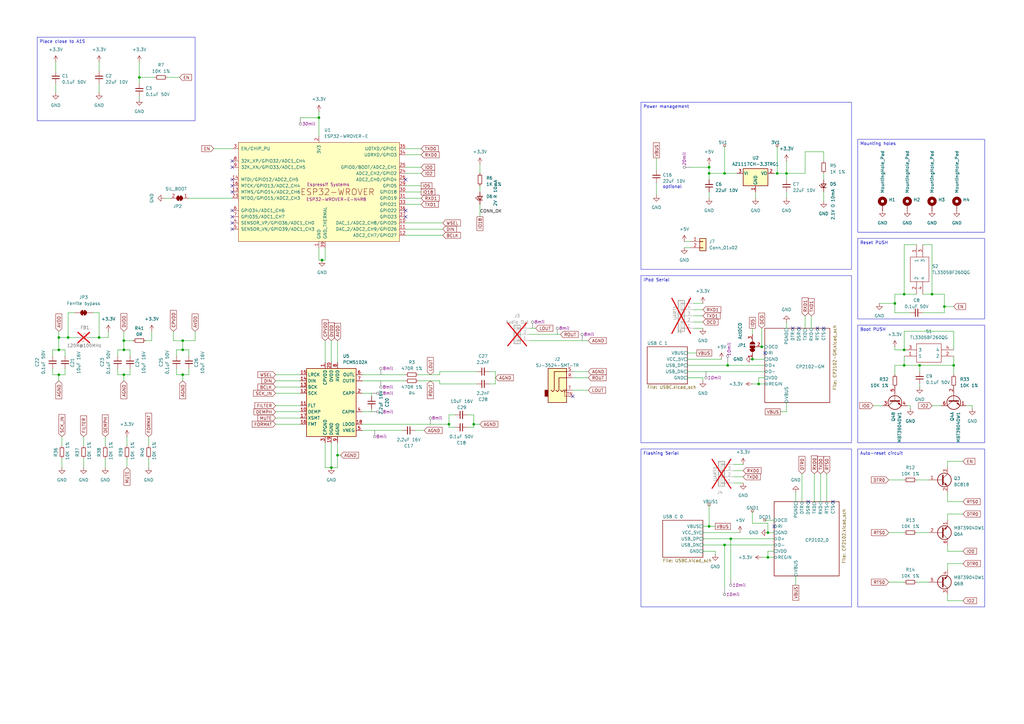
<source format=kicad_sch>
(kicad_sch (version 20250114) (generator "eeschema") (generator_version "9.0")
  (paper "A3")
  (title_block (title "AiO-i2s-DAC") (date "2025-06-04") (rev "0.1.5") (company "Martin Roger"))
  (text "optional" (at 271.78 77.47 0) (effects (font (size 1.27 1.27)) (justify left bottom)))
  (text_box "Boot PUSH\n" (at 351.79 133.35 0) (size 52.07 48.26) (margins 0.9525 0.9525 0.9525 0.9525) (effects (font (size 1.27 1.27)) (justify left top)))
  (text_box "Reset PUSH" (at 351.79 97.79 0) (size 52.07 33.02) (margins 0.9525 0.9525 0.9525 0.9525) (effects (font (size 1.27 1.27)) (justify left top)))
  (text_box "Mounting holes" (at 351.79 57.15 0) (size 52.07 38.1) (margins 0.9525 0.9525 0.9525 0.9525) (effects (font (size 1.27 1.27)) (justify left top)))
  (text_box "iPod Serial" (at 262.89 113.03 0) (size 86.36 68.58) (margins 0.9525 0.9525 0.9525 0.9525) (effects (font (size 1.27 1.27)) (justify left top)))
  (text_box "Flashing Serial" (at 262.89 184.15 0) (size 86.36 64.77) (margins 0.9525 0.9525 0.9525 0.9525) (effects (font (size 1.27 1.27)) (justify left top)))
  (text_box "Auto-reset circuit" (at 351.79 184.15 0) (size 52.07 64.77) (margins 0.9525 0.9525 0.9525 0.9525) (effects (font (size 1.27 1.27)) (justify left top)))
  (text_box "Place close to A1S\n" (at 15.24 15.24 0) (size 64.77 34.29) (margins 0.9525 0.9525 0.9525 0.9525) (effects (font (size 1.27 1.27)) (justify left top)))
  (text_box "Power management" (at 262.89 41.91 0) (size 86.36 68.58) (margins 0.9525 0.9525 0.9525 0.9525) (effects (font (size 1.27 1.27)) (justify left top)))
  (junction (at 370.84 120.65))
  (junction (at 74.93 139.7))
  (junction (at 318.77 71.12))
  (junction (at 57.15 31.75))
  (junction (at 312.42 142.24))
  (junction (at 194.31 173.99))
  (junction (at 27.94 138.43))
  (junction (at 314.96 218.44))
  (junction (at 387.35 125.73))
  (junction (at 74.93 153.67))
  (junction (at 50.8 153.67))
  (junction (at 297.18 71.12))
  (junction (at 24.13 138.43))
  (junction (at 299.72 220.98))
  (junction (at 50.8 143.51))
  (junction (at 322.58 71.12))
  (junction (at 391.16 149.86))
  (junction (at 298.45 149.86))
  (junction (at 367.03 124.46))
  (junction (at 377.19 149.86))
  (junction (at 297.18 223.52))
  (junction (at 382.27 120.65))
  (junction (at 370.84 143.51))
  (junction (at 184.15 173.99))
  (junction (at 290.83 68.58))
  (junction (at 24.13 143.51))
  (junction (at 24.13 153.67))
  (junction (at 138.43 186.69))
  (junction (at 290.83 71.12))
  (junction (at 370.84 149.86))
  (junction (at 311.15 157.48))
  (junction (at 74.93 143.51))
  (junction (at 40.64 138.43))
  (junction (at 132.08 106.68))
  (junction (at 50.8 139.7))
  (junction (at 135.89 191.77))
  (junction (at 314.96 228.6))
  (junction (at 130.81 48.26))
  (junction (at 290.83 215.9))
  (junction (at 308.61 147.32))
  (no_connect (at 327.66 134.62))
  (no_connect (at 95.25 78.74))
  (no_connect (at 325.12 134.62))
  (no_connect (at 337.82 134.62))
  (no_connect (at 95.25 76.2))
  (no_connect (at 166.37 86.36))
  (no_connect (at 95.25 66.04))
  (no_connect (at 95.25 88.9))
  (no_connect (at 313.69 144.78))
  (no_connect (at 95.25 73.66))
  (no_connect (at 95.25 91.44))
  (no_connect (at 166.37 73.66))
  (no_connect (at 335.28 134.62))
  (no_connect (at 95.25 68.58))
  (no_connect (at 317.5 215.9))
  (no_connect (at 95.25 86.36))
  (no_connect (at 166.37 88.9))
  (no_connect (at 234.95 162.56))
  (no_connect (at 95.25 93.98))
  (no_connect (at 341.63 205.74))
  (no_connect (at 331.47 205.74))
  (wire (pts (xy 60.96 187.96) (xy 60.96 191.77)))
  (wire (pts (xy 394.97 205.74) (xy 388.62 205.74)))
  (wire (pts (xy 318.77 71.12) (xy 322.58 71.12)))
  (wire (pts (xy 364.49 218.44) (xy 370.84 218.44)))
  (wire (pts (xy 367.03 153.67) (xy 367.03 149.86)))
  (wire (pts (xy 148.59 153.67) (xy 166.37 153.67)))
  (wire (pts (xy 26.67 151.13) (xy 26.67 153.67)))
  (wire (pts (xy 166.37 60.96) (xy 172.72 60.96)))
  (wire (pts (xy 332.74 129.54) (xy 332.74 134.62)))
  (wire (pts (xy 388.62 246.38) (xy 394.97 246.38)))
  (wire (pts (xy 74.93 143.51) (xy 77.47 143.51)))
  (wire (pts (xy 138.43 139.7) (xy 138.43 148.59)))
  (wire (pts (xy 195.58 152.4) (xy 180.34 152.4)))
  (wire (pts (xy 72.39 153.67) (xy 74.93 153.67)))
  (wire (pts (xy 388.62 201.93) (xy 388.62 205.74)))
  (wire (pts (xy 314.96 228.6) (xy 317.5 228.6)))
  (wire (pts (xy 334.01 194.31) (xy 334.01 205.74)))
  (wire (pts (xy 394.97 231.14) (xy 388.62 231.14)))
  (wire (pts (xy 77.47 151.13) (xy 77.47 153.67)))
  (wire (pts (xy 48.26 143.51) (xy 48.26 146.05)))
  (wire (pts (xy 299.72 220.98) (xy 317.5 220.98)))
  (wire (pts (xy 281.94 154.94) (xy 288.29 154.94)))
  (wire (pts (xy 43.18 179.07) (xy 43.18 182.88)))
  (wire (pts (xy 317.5 226.06) (xy 314.96 226.06)))
  (wire (pts (xy 26.67 146.05) (xy 26.67 143.51)))
  (wire (pts (xy 339.09 194.31) (xy 339.09 205.74)))
  (wire (pts (xy 290.83 207.01) (xy 290.83 215.9)))
  (wire (pts (xy 21.59 153.67) (xy 24.13 153.67)))
  (wire (pts (xy 367.03 143.51) (xy 370.84 143.51)))
  (wire (pts (xy 387.35 125.73) (xy 391.16 125.73)))
  (wire (pts (xy 314.96 226.06) (xy 314.96 228.6)))
  (wire (pts (xy 184.15 170.18) (xy 184.15 173.99)))
  (wire (pts (xy 217.17 137.16) (xy 229.87 137.16)))
  (wire (pts (xy 138.43 191.77) (xy 135.89 191.77)))
  (wire (pts (xy 288.29 154.94) (xy 288.29 156.21)))
  (wire (pts (xy 166.37 76.2) (xy 172.72 76.2)))
  (wire (pts (xy 281.94 144.78) (xy 285.75 144.78)))
  (wire (pts (xy 196.85 67.31) (xy 196.85 71.12)))
  (wire (pts (xy 281.94 147.32) (xy 295.91 147.32)))
  (wire (pts (xy 382.27 120.65) (xy 387.35 120.65)))
  (wire (pts (xy 113.03 161.29) (xy 123.19 161.29)))
  (wire (pts (xy 196.85 83.82) (xy 196.85 88.9)))
  (wire (pts (xy 290.83 78.74) (xy 290.83 81.28)))
  (wire (pts (xy 322.58 71.12) (xy 322.58 73.66)))
  (wire (pts (xy 297.18 223.52) (xy 297.18 241.3)))
  (wire (pts (xy 77.47 153.67) (xy 74.93 153.67)))
  (wire (pts (xy 74.93 156.21) (xy 74.93 153.67)))
  (wire (pts (xy 191.77 170.18) (xy 194.31 170.18)))
  (wire (pts (xy 330.2 62.23) (xy 330.2 71.12)))
  (wire (pts (xy 373.38 128.27) (xy 367.03 128.27)))
  (wire (pts (xy 36.83 138.43) (xy 40.64 138.43)))
  (wire (pts (xy 138.43 186.69) (xy 139.7 186.69)))
  (wire (pts (xy 330.2 129.54) (xy 330.2 134.62)))
  (wire (pts (xy 391.16 143.51) (xy 391.16 135.89)))
  (wire (pts (xy 288.29 223.52) (xy 297.18 223.52)))
  (wire (pts (xy 373.38 166.37) (xy 373.38 167.64)))
  (wire (pts (xy 133.35 139.7) (xy 133.35 148.59)))
  (wire (pts (xy 364.49 238.76) (xy 370.84 238.76)))
  (wire (pts (xy 166.37 71.12) (xy 172.72 71.12)))
  (wire (pts (xy 330.2 71.12) (xy 322.58 71.12)))
  (wire (pts (xy 180.34 157.48) (xy 180.34 156.21)))
  (wire (pts (xy 50.8 143.51) (xy 53.34 143.51)))
  (wire (pts (xy 375.92 218.44) (xy 381 218.44)))
  (wire (pts (xy 313.69 213.36) (xy 317.5 213.36)))
  (wire (pts (xy 269.24 74.93) (xy 269.24 80.01)))
  (wire (pts (xy 152.4 168.91) (xy 152.4 167.64)))
  (wire (pts (xy 297.18 59.69) (xy 297.18 71.12)))
  (wire (pts (xy 203.2 152.4) (xy 203.2 157.48)))
  (wire (pts (xy 388.62 210.82) (xy 388.62 213.36)))
  (wire (pts (xy 308.61 157.48) (xy 311.15 157.48)))
  (wire (pts (xy 21.59 143.51) (xy 21.59 146.05)))
  (wire (pts (xy 396.24 166.37) (xy 398.78 166.37)))
  (wire (pts (xy 281.94 152.4) (xy 313.69 152.4)))
  (wire (pts (xy 300.99 190.5) (xy 304.8 190.5)))
  (wire (pts (xy 40.64 138.43) (xy 44.45 138.43)))
  (wire (pts (xy 166.37 81.28) (xy 172.72 81.28)))
  (wire (pts (xy 196.85 76.2) (xy 196.85 78.74)))
  (wire (pts (xy 322.58 168.91) (xy 322.58 165.1)))
  (wire (pts (xy 130.81 45.72) (xy 130.81 48.26)))
  (wire (pts (xy 372.11 166.37) (xy 373.38 166.37)))
  (wire (pts (xy 367.03 142.24) (xy 367.03 143.51)))
  (wire (pts (xy 72.39 143.51) (xy 74.93 143.51)))
  (wire (pts (xy 387.35 125.73) (xy 387.35 128.27)))
  (wire (pts (xy 382.27 166.37) (xy 386.08 166.37)))
  (wire (pts (xy 398.78 166.37) (xy 398.78 167.64)))
  (wire (pts (xy 50.8 139.7) (xy 50.8 143.51)))
  (wire (pts (xy 184.15 173.99) (xy 184.15 175.26)))
  (wire (pts (xy 288.29 226.06) (xy 293.37 226.06)))
  (wire (pts (xy 138.43 181.61) (xy 138.43 186.69)))
  (wire (pts (xy 283.21 68.58) (xy 290.83 68.58)))
  (wire (pts (xy 77.47 146.05) (xy 77.47 143.51)))
  (wire (pts (xy 130.81 48.26) (xy 130.81 55.88)))
  (wire (pts (xy 391.16 149.86) (xy 391.16 153.67)))
  (wire (pts (xy 25.4 187.96) (xy 25.4 191.77)))
  (wire (pts (xy 288.29 220.98) (xy 299.72 220.98)))
  (wire (pts (xy 364.49 196.85) (xy 370.84 196.85)))
  (wire (pts (xy 113.03 156.21) (xy 123.19 156.21)))
  (wire (pts (xy 113.03 153.67) (xy 123.19 153.67)))
  (wire (pts (xy 48.26 151.13) (xy 48.26 153.67)))
  (wire (pts (xy 360.68 124.46) (xy 367.03 124.46)))
  (wire (pts (xy 74.93 139.7) (xy 74.93 143.51)))
  (wire (pts (xy 311.15 157.48) (xy 313.69 157.48)))
  (wire (pts (xy 370.84 149.86) (xy 377.19 149.86)))
  (wire (pts (xy 297.18 223.52) (xy 317.5 223.52)))
  (wire (pts (xy 234.95 154.94) (xy 241.3 154.94)))
  (wire (pts (xy 200.66 152.4) (xy 203.2 152.4)))
  (wire (pts (xy 191.77 175.26) (xy 194.31 175.26)))
  (wire (pts (xy 130.81 106.68) (xy 132.08 106.68)))
  (wire (pts (xy 284.48 134.62) (xy 288.29 134.62)))
  (wire (pts (xy 50.8 135.89) (xy 50.8 139.7)))
  (wire (pts (xy 133.35 106.68) (xy 132.08 106.68)))
  (wire (pts (xy 171.45 153.67) (xy 180.34 153.67)))
  (wire (pts (xy 281.94 149.86) (xy 298.45 149.86)))
  (wire (pts (xy 337.82 62.23) (xy 337.82 66.04)))
  (wire (pts (xy 284.48 132.08) (xy 288.29 132.08)))
  (wire (pts (xy 290.83 67.31) (xy 290.83 68.58)))
  (wire (pts (xy 170.18 176.53) (xy 173.99 176.53)))
  (wire (pts (xy 21.59 151.13) (xy 21.59 153.67)))
  (wire (pts (xy 314.96 218.44) (xy 317.5 218.44)))
  (wire (pts (xy 200.66 157.48) (xy 203.2 157.48)))
  (wire (pts (xy 367.03 120.65) (xy 370.84 120.65)))
  (wire (pts (xy 337.82 62.23) (xy 330.2 62.23)))
  (wire (pts (xy 22.86 34.29) (xy 22.86 38.1)))
  (wire (pts (xy 196.85 173.99) (xy 194.31 173.99)))
  (wire (pts (xy 377.19 157.48) (xy 377.19 158.75)))
  (wire (pts (xy 194.31 170.18) (xy 194.31 173.99)))
  (wire (pts (xy 40.64 34.29) (xy 40.64 38.1)))
  (wire (pts (xy 44.45 138.43) (xy 44.45 135.89)))
  (wire (pts (xy 378.46 128.27) (xy 387.35 128.27)))
  (wire (pts (xy 300.99 193.04) (xy 304.8 193.04)))
  (wire (pts (xy 313.69 147.32) (xy 308.61 147.32)))
  (wire (pts (xy 133.35 191.77) (xy 135.89 191.77)))
  (wire (pts (xy 80.01 135.89) (xy 80.01 139.7)))
  (wire (pts (xy 113.03 158.75) (xy 123.19 158.75)))
  (wire (pts (xy 27.94 138.43) (xy 31.75 138.43)))
  (wire (pts (xy 148.59 168.91) (xy 152.4 168.91)))
  (wire (pts (xy 322.58 78.74) (xy 322.58 81.28)))
  (wire (pts (xy 57.15 39.37) (xy 57.15 40.64)))
  (wire (pts (xy 113.03 166.37) (xy 123.19 166.37)))
  (wire (pts (xy 322.58 132.08) (xy 322.58 134.62)))
  (wire (pts (xy 87.63 60.96) (xy 95.25 60.96)))
  (wire (pts (xy 337.82 71.12) (xy 337.82 73.66)))
  (wire (pts (xy 394.97 210.82) (xy 388.62 210.82)))
  (wire (pts (xy 375.92 238.76) (xy 381 238.76)))
  (wire (pts (xy 184.15 175.26) (xy 186.69 175.26)))
  (wire (pts (xy 378.46 100.33) (xy 382.27 100.33)))
  (wire (pts (xy 194.31 173.99) (xy 194.31 175.26)))
  (wire (pts (xy 171.45 156.21) (xy 180.34 156.21)))
  (wire (pts (xy 284.48 127) (xy 288.29 127)))
  (wire (pts (xy 186.69 170.18) (xy 184.15 170.18)))
  (wire (pts (xy 290.83 215.9) (xy 293.37 215.9)))
  (wire (pts (xy 48.26 143.51) (xy 50.8 143.51)))
  (wire (pts (xy 394.97 189.23) (xy 388.62 189.23)))
  (wire (pts (xy 52.07 179.07) (xy 52.07 182.88)))
  (wire (pts (xy 130.81 101.6) (xy 130.81 106.68)))
  (wire (pts (xy 113.03 173.99) (xy 123.19 173.99)))
  (wire (pts (xy 377.19 149.86) (xy 377.19 152.4)))
  (wire (pts (xy 312.42 228.6) (xy 314.96 228.6)))
  (wire (pts (xy 25.4 179.07) (xy 25.4 182.88)))
  (wire (pts (xy 72.39 151.13) (xy 72.39 153.67)))
  (wire (pts (xy 217.17 134.62) (xy 219.71 134.62)))
  (wire (pts (xy 317.5 71.12) (xy 318.77 71.12)))
  (wire (pts (xy 27.94 128.27) (xy 27.94 138.43)))
  (wire (pts (xy 320.04 168.91) (xy 322.58 168.91)))
  (wire (pts (xy 311.15 154.94) (xy 311.15 157.48)))
  (wire (pts (xy 326.39 236.22) (xy 326.39 240.03)))
  (wire (pts (xy 135.89 181.61) (xy 135.89 191.77)))
  (wire (pts (xy 269.24 64.77) (xy 269.24 69.85)))
  (wire (pts (xy 148.59 156.21) (xy 166.37 156.21)))
  (wire (pts (xy 24.13 138.43) (xy 27.94 138.43)))
  (wire (pts (xy 299.72 220.98) (xy 299.72 237.49)))
  (wire (pts (xy 284.48 129.54) (xy 288.29 129.54)))
  (wire (pts (xy 71.12 135.89) (xy 71.12 139.7)))
  (wire (pts (xy 388.62 226.06) (xy 388.62 223.52)))
  (wire (pts (xy 288.29 218.44) (xy 303.53 218.44)))
  (wire (pts (xy 166.37 93.98) (xy 181.61 93.98)))
  (wire (pts (xy 328.93 194.31) (xy 328.93 205.74)))
  (wire (pts (xy 166.37 63.5) (xy 172.72 63.5)))
  (wire (pts (xy 322.58 66.04) (xy 322.58 71.12)))
  (wire (pts (xy 77.47 81.28) (xy 95.25 81.28)))
  (wire (pts (xy 195.58 157.48) (xy 180.34 157.48)))
  (wire (pts (xy 388.62 231.14) (xy 388.62 233.68)))
  (wire (pts (xy 43.18 187.96) (xy 43.18 191.77)))
  (wire (pts (xy 133.35 101.6) (xy 133.35 106.68)))
  (wire (pts (xy 40.64 25.4) (xy 40.64 29.21)))
  (wire (pts (xy 313.69 154.94) (xy 311.15 154.94)))
  (wire (pts (xy 394.97 226.06) (xy 388.62 226.06)))
  (wire (pts (xy 314.96 214.63) (xy 308.61 214.63)))
  (wire (pts (xy 68.58 31.75) (xy 73.66 31.75)))
  (wire (pts (xy 148.59 173.99) (xy 184.15 173.99)))
  (wire (pts (xy 166.37 78.74) (xy 172.72 78.74)))
  (wire (pts (xy 241.3 160.02) (xy 234.95 160.02)))
  (wire (pts (xy 53.34 153.67) (xy 50.8 153.67)))
  (wire (pts (xy 52.07 187.96) (xy 52.07 191.77)))
  (wire (pts (xy 370.84 146.05) (xy 370.84 149.86)))
  (wire (pts (xy 72.39 143.51) (xy 72.39 146.05)))
  (wire (pts (xy 69.85 81.28) (xy 67.31 81.28)))
  (wire (pts (xy 24.13 156.21) (xy 24.13 153.67)))
  (wire (pts (xy 241.3 152.4) (xy 234.95 152.4)))
  (wire (pts (xy 378.46 120.65) (xy 382.27 120.65)))
  (wire (pts (xy 367.03 128.27) (xy 367.03 124.46)))
  (wire (pts (xy 60.96 179.07) (xy 60.96 182.88)))
  (wire (pts (xy 80.01 139.7) (xy 74.93 139.7)))
  (wire (pts (xy 50.8 139.7) (xy 54.61 139.7)))
  (wire (pts (xy 337.82 78.74) (xy 337.82 82.55)))
  (wire (pts (xy 166.37 83.82) (xy 172.72 83.82)))
  (wire (pts (xy 370.84 135.89) (xy 370.84 143.51)))
  (wire (pts (xy 300.99 198.12) (xy 304.8 198.12)))
  (wire (pts (xy 166.37 91.44) (xy 181.61 91.44)))
  (wire (pts (xy 26.67 153.67) (xy 24.13 153.67)))
  (wire (pts (xy 298.45 149.86) (xy 313.69 149.86)))
  (wire (pts (xy 123.19 48.26) (xy 130.81 48.26)))
  (wire (pts (xy 370.84 100.33) (xy 370.84 120.65)))
  (wire (pts (xy 309.88 78.74) (xy 309.88 81.28)))
  (wire (pts (xy 375.92 100.33) (xy 370.84 100.33)))
  (wire (pts (xy 53.34 151.13) (xy 53.34 153.67)))
  (wire (pts (xy 62.23 135.89) (xy 62.23 139.7)))
  (wire (pts (xy 280.67 99.06) (xy 283.21 99.06)))
  (wire (pts (xy 391.16 146.05) (xy 391.16 149.86)))
  (wire (pts (xy 30.48 128.27) (xy 27.94 128.27)))
  (wire (pts (xy 290.83 68.58) (xy 290.83 71.12)))
  (wire (pts (xy 297.18 71.12) (xy 302.26 71.12)))
  (wire (pts (xy 57.15 25.4) (xy 57.15 31.75)))
  (wire (pts (xy 336.55 194.31) (xy 336.55 205.74)))
  (wire (pts (xy 300.99 195.58) (xy 304.8 195.58)))
  (wire (pts (xy 138.43 186.69) (xy 138.43 191.77)))
  (wire (pts (xy 391.16 135.89) (xy 370.84 135.89)))
  (wire (pts (xy 34.29 179.07) (xy 34.29 182.88)))
  (wire (pts (xy 53.34 146.05) (xy 53.34 143.51)))
  (wire (pts (xy 370.84 120.65) (xy 375.92 120.65)))
  (wire (pts (xy 21.59 143.51) (xy 24.13 143.51)))
  (wire (pts (xy 57.15 31.75) (xy 57.15 34.29)))
  (wire (pts (xy 288.29 215.9) (xy 290.83 215.9)))
  (wire (pts (xy 375.92 196.85) (xy 381 196.85)))
  (wire (pts (xy 284.48 124.46) (xy 288.29 124.46)))
  (wire (pts (xy 59.69 139.7) (xy 62.23 139.7)))
  (wire (pts (xy 40.64 128.27) (xy 40.64 138.43)))
  (wire (pts (xy 217.17 139.7) (xy 241.3 139.7)))
  (wire (pts (xy 290.83 71.12) (xy 297.18 71.12)))
  (wire (pts (xy 308.61 134.62) (xy 308.61 137.16)))
  (wire (pts (xy 280.67 101.6) (xy 283.21 101.6)))
  (wire (pts (xy 382.27 100.33) (xy 382.27 120.65)))
  (wire (pts (xy 148.59 176.53) (xy 165.1 176.53)))
  (wire (pts (xy 367.03 149.86) (xy 370.84 149.86)))
  (wire (pts (xy 48.26 153.67) (xy 50.8 153.67)))
  (wire (pts (xy 180.34 152.4) (xy 180.34 153.67)))
  (wire (pts (xy 133.35 181.61) (xy 133.35 191.77)))
  (wire (pts (xy 50.8 156.21) (xy 50.8 153.67)))
  (wire (pts (xy 293.37 226.06) (xy 293.37 227.33)))
  (wire (pts (xy 71.12 139.7) (xy 74.93 139.7)))
  (wire (pts (xy 388.62 243.84) (xy 388.62 246.38)))
  (wire (pts (xy 34.29 187.96) (xy 34.29 191.77)))
  (wire (pts (xy 308.61 214.63) (xy 308.61 209.55)))
  (wire (pts (xy 24.13 143.51) (xy 26.67 143.51)))
  (wire (pts (xy 148.59 161.29) (xy 152.4 161.29)))
  (wire (pts (xy 298.45 148.59) (xy 298.45 149.86)))
  (wire (pts (xy 358.14 166.37) (xy 361.95 166.37)))
  (wire (pts (xy 367.03 124.46) (xy 367.03 120.65)))
  (wire (pts (xy 24.13 135.89) (xy 24.13 138.43)))
  (wire (pts (xy 113.03 171.45) (xy 123.19 171.45)))
  (wire (pts (xy 22.86 25.4) (xy 22.86 29.21)))
  (wire (pts (xy 152.4 161.29) (xy 152.4 162.56)))
  (wire (pts (xy 57.15 31.75) (xy 63.5 31.75)))
  (wire (pts (xy 113.03 168.91) (xy 123.19 168.91)))
  (wire (pts (xy 290.83 71.12) (xy 290.83 73.66)))
  (wire (pts (xy 166.37 68.58) (xy 172.72 68.58)))
  (wire (pts (xy 318.77 59.69) (xy 318.77 71.12)))
  (wire (pts (xy 387.35 120.65) (xy 387.35 125.73)))
  (wire (pts (xy 135.89 139.7) (xy 135.89 148.59)))
  (wire (pts (xy 312.42 134.62) (xy 312.42 142.24)))
  (wire (pts (xy 312.42 142.24) (xy 313.69 142.24)))
  (wire (pts (xy 388.62 189.23) (xy 388.62 191.77)))
  (wire (pts (xy 391.16 149.86) (xy 377.19 149.86)))
  (wire (pts (xy 314.96 218.44) (xy 314.96 214.63)))
  (wire (pts (xy 24.13 138.43) (xy 24.13 143.51)))
  (wire (pts (xy 166.37 96.52) (xy 181.61 96.52)))
  (wire (pts (xy 38.1 128.27) (xy 40.64 128.27)))
  (wire (pts (xy 326.39 201.93) (xy 326.39 205.74)))
  (label "CONN_OK" (at 196.85 87.63 0))
  (global_label "VBUS" (shape passive) (at 293.37 215.9 0) (property "Intersheetrefs" "${INTERSHEET_REFS}" (effects (hide yes))))
  (global_label "RXD1" (shape input) (at 172.72 81.28 0) (property "Intersheetrefs" "${INTERSHEET_REFS}" (effects (hide yes))))
  (global_label "TXD1" (shape input) (at 332.74 129.54 90) (property "Intersheetrefs" "${INTERSHEET_REFS}" (effects (hide yes))))
  (global_label "FORMAT" (shape input) (at 60.96 179.07 90) (property "Intersheetrefs" "${INTERSHEET_REFS}" (effects (hide yes))) (property "Netclass" "8mil" (effects (hide yes))))
  (global_label "MUTE" (shape input) (at 113.03 171.45 180) (property "Intersheetrefs" "${INTERSHEET_REFS}" (effects (hide yes))) (property "Netclass" "8mil" (effects (hide yes))))
  (global_label "VBUS" (shape passive) (at 285.75 144.78 0) (property "Intersheetrefs" "${INTERSHEET_REFS}" (effects (hide yes))))
  (global_label "IO2" (shape input) (at 382.27 166.37 180) (property "Intersheetrefs" "${INTERSHEET_REFS}" (effects (hide yes))))
  (global_label "IO5" (shape passive) (at 308.61 134.62 90) (property "Intersheetrefs" "${INTERSHEET_REFS}" (effects (hide yes))))
  (global_label "DCD" (shape input) (at 312.42 134.62 90) (property "Intersheetrefs" "${INTERSHEET_REFS}" (effects (hide yes))))
  (global_label "RTS0" (shape input) (at 364.49 218.44 180) (property "Intersheetrefs" "${INTERSHEET_REFS}" (effects (hide yes))))
  (global_label "VBUS" (shape passive) (at 326.39 240.03 270) (property "Intersheetrefs" "${INTERSHEET_REFS}" (effects (hide yes))))
  (global_label "RTS0" (shape input) (at 339.09 194.31 90) (property "Intersheetrefs" "${INTERSHEET_REFS}" (effects (hide yes))))
  (global_label "DVDD" (shape input) (at 135.89 139.7 90) (property "Intersheetrefs" "${INTERSHEET_REFS}" (effects (hide yes))) (property "Netclass" "15mil" (effects (hide yes))))
  (global_label "IO0" (shape input) (at 172.72 68.58 0) (property "Intersheetrefs" "${INTERSHEET_REFS}" (effects (hide yes))))
  (global_label "EN" (shape input) (at 394.97 189.23 0) (property "Intersheetrefs" "${INTERSHEET_REFS}" (effects (hide yes))))
  (global_label "RXD0" (shape input) (at 334.01 194.31 90) (property "Intersheetrefs" "${INTERSHEET_REFS}" (effects (hide yes))))
  (global_label "DIN" (shape input) (at 181.61 93.98 0) (property "Intersheetrefs" "${INTERSHEET_REFS}" (effects (hide yes))) (property "Netclass" "8mil" (effects (hide yes))))
  (global_label "AVDD" (shape input) (at 24.13 135.89 90) (property "Intersheetrefs" "${INTERSHEET_REFS}" (effects (hide yes))) (property "Netclass" "8mil" (effects (hide yes))))
  (global_label "IO2" (shape input) (at 394.97 246.38 0) (property "Intersheetrefs" "${INTERSHEET_REFS}" (effects (hide yes))))
  (global_label "IO18" (shape passive) (at 172.72 78.74 0) (property "Intersheetrefs" "${INTERSHEET_REFS}" (effects (hide yes))))
  (global_label "DIN" (shape input) (at 113.03 156.21 180) (property "Intersheetrefs" "${INTERSHEET_REFS}" (effects (hide yes))) (property "Netclass" "8mil" (effects (hide yes))))
  (global_label "IO0" (shape input) (at 394.97 226.06 0) (property "Intersheetrefs" "${INTERSHEET_REFS}" (effects (hide yes))))
  (global_label "FILTER" (shape input) (at 34.29 179.07 90) (property "Intersheetrefs" "${INTERSHEET_REFS}" (effects (hide yes))) (property "Netclass" "8mil" (effects (hide yes))))
  (global_label "AGND" (shape input) (at 50.8 156.21 270) (property "Intersheetrefs" "${INTERSHEET_REFS}" (effects (hide yes))))
  (global_label "DEMPH" (shape input) (at 43.18 179.07 90) (property "Intersheetrefs" "${INTERSHEET_REFS}" (effects (hide yes))) (property "Netclass" "8mil" (effects (hide yes))))
  (global_label "LOUT" (shape input) (at 241.3 160.02 0) (property "Intersheetrefs" "${INTERSHEET_REFS}" (effects (hide yes))))
  (global_label "DTR0" (shape input) (at 394.97 231.14 0) (property "Intersheetrefs" "${INTERSHEET_REFS}" (effects (hide yes))))
  (global_label "RXD0" (shape input) (at 304.8 193.04 0) (property "Intersheetrefs" "${INTERSHEET_REFS}" (effects (hide yes))))
  (global_label "TXD0" (shape input) (at 172.72 60.96 0) (property "Intersheetrefs" "${INTERSHEET_REFS}" (effects (hide yes))))
  (global_label "AVDD" (shape input) (at 80.01 135.89 90) (property "Intersheetrefs" "${INTERSHEET_REFS}" (effects (hide yes))) (property "Netclass" "15mil" (effects (hide yes))))
  (global_label "DEMPH" (shape input) (at 113.03 168.91 180) (property "Intersheetrefs" "${INTERSHEET_REFS}" (effects (hide yes))) (property "Netclass" "8mil" (effects (hide yes))))
  (global_label "EN" (shape input) (at 73.66 31.75 0) (property "Intersheetrefs" "${INTERSHEET_REFS}" (effects (hide yes))))
  (global_label "WSEL" (shape input) (at 113.03 153.67 180) (property "Intersheetrefs" "${INTERSHEET_REFS}" (effects (hide yes))) (property "Netclass" "8mil" (effects (hide yes))))
  (global_label "AGND" (shape input) (at 74.93 156.21 270) (property "Intersheetrefs" "${INTERSHEET_REFS}" (effects (hide yes))))
  (global_label "AGND" (shape input) (at 241.3 139.7 0) (property "Intersheetrefs" "${INTERSHEET_REFS}" (effects (hide yes))))
  (global_label "EN" (shape input) (at 87.63 60.96 180) (property "Intersheetrefs" "${INTERSHEET_REFS}" (effects (hide yes))))
  (global_label "IO18" (shape passive) (at 196.85 88.9 270) (property "Intersheetrefs" "${INTERSHEET_REFS}" (effects (hide yes))))
  (global_label "DVDD" (shape input) (at 50.8 135.89 90) (property "Intersheetrefs" "${INTERSHEET_REFS}" (effects (hide yes))) (property "Netclass" "15mil" (effects (hide yes))))
  (global_label "IO0" (shape input) (at 358.14 166.37 180) (property "Intersheetrefs" "${INTERSHEET_REFS}" (effects (hide yes))))
  (global_label "AGND" (shape input) (at 196.85 173.99 0) (property "Intersheetrefs" "${INTERSHEET_REFS}" (effects (hide yes))))
  (global_label "AGND" (shape input) (at 203.2 154.94 0) (property "Intersheetrefs" "${INTERSHEET_REFS}" (effects (hide yes))))
  (global_label "IO5" (shape passive) (at 172.72 76.2 0) (property "Intersheetrefs" "${INTERSHEET_REFS}" (effects (hide yes))))
  (global_label "FILTER" (shape input) (at 113.03 166.37 180) (property "Intersheetrefs" "${INTERSHEET_REFS}" (effects (hide yes))) (property "Netclass" "8mil" (effects (hide yes))))
  (global_label "RXD1" (shape input) (at 288.29 127 0) (property "Intersheetrefs" "${INTERSHEET_REFS}" (effects (hide yes))))
  (global_label "TXD0" (shape input) (at 336.55 194.31 90) (property "Intersheetrefs" "${INTERSHEET_REFS}" (effects (hide yes))))
  (global_label "DTR0" (shape input) (at 394.97 210.82 0) (property "Intersheetrefs" "${INTERSHEET_REFS}" (effects (hide yes))))
  (global_label "SCK_IN" (shape input) (at 25.4 179.07 90) (property "Intersheetrefs" "${INTERSHEET_REFS}" (effects (hide yes))) (property "Netclass" "8mil" (effects (hide yes))))
  (global_label "SCK_IN" (shape input) (at 113.03 161.29 180) (property "Intersheetrefs" "${INTERSHEET_REFS}" (effects (hide yes))) (property "Netclass" "8mil" (effects (hide yes))))
  (global_label "FORMAT" (shape input) (at 113.03 173.99 180) (property "Intersheetrefs" "${INTERSHEET_REFS}" (effects (hide yes))) (property "Netclass" "8mil" (effects (hide yes))))
  (global_label "AVDD" (shape input) (at 138.43 139.7 90) (property "Intersheetrefs" "${INTERSHEET_REFS}" (effects (hide yes))) (property "Netclass" "15mil" (effects (hide yes))))
  (global_label "AGND" (shape input) (at 139.7 186.69 0) (property "Intersheetrefs" "${INTERSHEET_REFS}" (effects (hide yes))))
  (global_label "TXD0" (shape input) (at 304.8 195.58 0) (property "Intersheetrefs" "${INTERSHEET_REFS}" (effects (hide yes))))
  (global_label "AGND" (shape input) (at 173.99 176.53 0) (property "Intersheetrefs" "${INTERSHEET_REFS}" (effects (hide yes))))
  (global_label "EN" (shape input) (at 391.16 125.73 0) (property "Intersheetrefs" "${INTERSHEET_REFS}" (effects (hide yes))))
  (global_label "RXD1" (shape input) (at 330.2 129.54 90) (property "Intersheetrefs" "${INTERSHEET_REFS}" (effects (hide yes))))
  (global_label "DTR0" (shape input) (at 328.93 194.31 90) (property "Intersheetrefs" "${INTERSHEET_REFS}" (effects (hide yes))))
  (global_label "VBUS" (shape passive) (at 320.04 168.91 180) (property "Intersheetrefs" "${INTERSHEET_REFS}" (effects (hide yes))))
  (global_label "MUTE" (shape input) (at 52.07 191.77 270) (property "Intersheetrefs" "${INTERSHEET_REFS}" (effects (hide yes))) (property "Netclass" "8mil" (effects (hide yes))))
  (global_label "WSEL" (shape input) (at 181.61 91.44 0) (property "Intersheetrefs" "${INTERSHEET_REFS}" (effects (hide yes))) (property "Netclass" "8mil" (effects (hide yes))))
  (global_label "BCLK" (shape input) (at 113.03 158.75 180) (property "Intersheetrefs" "${INTERSHEET_REFS}" (effects (hide yes))) (property "Netclass" "8mil" (effects (hide yes))))
  (global_label "RTS0" (shape input) (at 394.97 205.74 0) (property "Intersheetrefs" "${INTERSHEET_REFS}" (effects (hide yes))))
  (global_label "DCD" (shape input) (at 288.29 132.08 0) (property "Intersheetrefs" "${INTERSHEET_REFS}" (effects (hide yes))))
  (global_label "ROUT" (shape input) (at 229.87 137.16 0) (property "Intersheetrefs" "${INTERSHEET_REFS}" (effects (hide yes))))
  (global_label "AGND" (shape input) (at 241.3 152.4 0) (property "Intersheetrefs" "${INTERSHEET_REFS}" (effects (hide yes))))
  (global_label "BCLK" (shape input) (at 181.61 96.52 0) (property "Intersheetrefs" "${INTERSHEET_REFS}" (effects (hide yes))) (property "Netclass" "8mil" (effects (hide yes))))
  (global_label "LOUT" (shape input) (at 219.71 134.62 0) (property "Intersheetrefs" "${INTERSHEET_REFS}" (effects (hide yes))))
  (global_label "ROUT" (shape input) (at 176.53 156.21 270) (property "Intersheetrefs" "${INTERSHEET_REFS}" (effects (hide yes))))
  (global_label "RXD0" (shape input) (at 172.72 63.5 0) (property "Intersheetrefs" "${INTERSHEET_REFS}" (effects (hide yes))))
  (global_label "TXD1" (shape input) (at 288.29 129.54 0) (property "Intersheetrefs" "${INTERSHEET_REFS}" (effects (hide yes))))
  (global_label "CPVDD" (shape input) (at 71.12 135.89 90) (property "Intersheetrefs" "${INTERSHEET_REFS}" (effects (hide yes))) (property "Netclass" "15mil" (effects (hide yes))))
  (global_label "DTR0" (shape input) (at 364.49 196.85 180) (property "Intersheetrefs" "${INTERSHEET_REFS}" (effects (hide yes))))
  (global_label "RTS0" (shape input) (at 364.49 238.76 180) (property "Intersheetrefs" "${INTERSHEET_REFS}" (effects (hide yes))))
  (global_label "ROUT" (shape input) (at 241.3 154.94 0) (property "Intersheetrefs" "${INTERSHEET_REFS}" (effects (hide yes))))
  (global_label "TXD1" (shape input) (at 172.72 83.82 0) (property "Intersheetrefs" "${INTERSHEET_REFS}" (effects (hide yes))))
  (global_label "CPVDD" (shape input) (at 133.35 139.7 90) (property "Intersheetrefs" "${INTERSHEET_REFS}" (effects (hide yes))) (property "Netclass" "15mil" (effects (hide yes))))
  (global_label "AGND" (shape input) (at 24.13 156.21 270) (property "Intersheetrefs" "${INTERSHEET_REFS}" (effects (hide yes))))
  (global_label "LOUT" (shape input) (at 176.53 153.67 90) (property "Intersheetrefs" "${INTERSHEET_REFS}" (effects (hide yes))))
  (global_label "VBUS" (shape passive) (at 269.24 64.77 90) (property "Intersheetrefs" "${INTERSHEET_REFS}" (effects (hide yes))))
  (global_label "IO2" (shape input) (at 172.72 71.12 0) (property "Intersheetrefs" "${INTERSHEET_REFS}" (effects (hide yes))))
  (netclass_flag "" (length 2.54) (shape round) (at 289.56 152.4 180) (property "Netclass" "10mil" (at 290.1696 154.94 0) (effects (font (italic yes)) (justify left))))
  (netclass_flag "" (length 2.54) (shape round) (at 299.72 237.49 180) (property "Netclass" "10mil" (at 300.3296 240.03 0) (effects (font (italic yes)) (justify left))))
  (netclass_flag "" (length 2.54) (shape round) (at 153.67 176.53 180) (property "Netclass" "8mil" (at 154.2796 179.07 0) (effects (justify left))))
  (netclass_flag "" (length 2.54) (shape round) (at 298.45 148.59 0) (property "Netclass" "10mil" (at 299.0596 146.05 90) (effects (font (italic yes)) (justify left))))
  (netclass_flag "" (length 2.54) (shape round) (at 297.18 241.3 180) (property "Netclass" "10mil" (at 297.7896 243.84 0) (effects (font (italic yes)) (justify left))))
  (netclass_flag "" (length 2.54) (shape round) (at 176.53 173.99 0) (property "Netclass" "8mil" (at 177.1396 171.45 0) (effects (justify left))))
  (netclass_flag "" (length 2.54) (shape round) (at 123.19 48.26 180) (property "Netclass" "30mil" (at 123.7996 50.8 0) (effects (font (italic yes)) (justify left))))
  (netclass_flag "" (length 2.54) (shape round) (at 228.6 137.16 0) (property "Netclass" "8mil" (at 229.2096 134.62 0) (effects (font (italic yes)) (justify left))))
  (netclass_flag "" (length 2.54) (shape round) (at 152.4 168.91 270) (property "Netclass" "8mil" (at 156.972 168.91 0) (effects (justify left))))
  (netclass_flag "" (length 2.54) (shape round) (at 152.4 161.29 270) (property "Netclass" "8mil" (at 156.972 161.29 0) (effects (justify left))))
  (netclass_flag "" (length 2.54) (shape round) (at 238.76 139.7 0) (property "Netclass" "8mil" (at 239.3696 137.16 0) (effects (font (italic yes)) (justify left))))
  (netclass_flag "" (length 2.54) (shape round) (at 218.44 134.62 0) (property "Netclass" "8mil" (at 219.0496 132.08 0) (effects (font (italic yes)) (justify left))))
  (netclass_flag "" (length 2.54) (shape round) (at 156.21 153.67 0) (property "Netclass" "8mil" (at 156.972 151.13 0) (effects (justify left))))
  (netclass_flag "" (length 2.54) (shape round) (at 156.21 156.21 180) (property "Netclass" "8mil" (at 161.29 158.75 0) (effects (justify right))))
  (netclass_flag "" (length 2.54) (shape round) (at 283.21 68.58 90) (property "Netclass" "20mil" (at 280.67 67.9704 90) (effects (font (italic yes)) (justify left))))
  (symbol (lib_id "power:+5V") (at 280.67 99.06 0) (unit 1)
    (property "Reference" "#PWR054" (effects (hide yes)))
    (property "Value" "+5V" (at 280.67 93.98 0))
  )
  (symbol (lib_id "power:GND") (at 326.39 201.93 180) (unit 1)
    (property "Reference" "#PWR048" (effects (hide yes)))
    (property "Value" "GND" (at 326.39 196.85 0))
  )
  (symbol (lib_id "power:+3.3V") (at 57.15 25.4 0) (unit 1)
    (property "Reference" "#PWR022" (effects (hide yes)))
    (property "Value" "+3.3V" (at 57.15 20.32 0))
  )
  (symbol (lib_id "Device:LED_Small") (at 196.85 81.28 90) (unit 1)
    (property "Reference" "D6" (at 199.39 80.5815 90) (effects (justify right)))
    (property "Value" "2V R 10mA" (at 203.2 73.66 0) (effects (justify right)))
    (property "Footprint" "LED_SMD:LED_0603_1608Metric" (effects (hide yes)))
    (property "Datasheet" "https://mm.digikey.com/Volume0/opasdata/d220001/medias/docus/911/LTST-C190EKT.pdf" (effects (hide yes)))
    (property "Description" "LED RED CLEAR CHIP SMD" (effects (hide yes)))
    (property "Manufacturer_Name" "Lite-On Inc." (effects (hide yes)))
    (property "Manufacturer_Part_Number" "LTST-C190EKT" (effects (hide yes)))
    (property "Type" "SMD" (effects (hide yes)))
  )
  (symbol (lib_id "power:+3.3V") (at 52.07 179.07 0) (unit 1)
    (property "Reference" "#PWR02" (effects (hide yes)))
    (property "Value" "+3.3V" (at 52.07 173.99 0))
  )
  (symbol (lib_id "Regulator_Linear:AZ1117-3.3") (at 309.88 71.12 0) (unit 1)
    (property "Reference" "U2" (at 309.88 64.77 0))
    (property "Value" "AZ1117CH-3.3TRG1" (at 309.88 67.31 0))
    (property "Footprint" "Package_TO_SOT_SMD:SOT-223-3_TabPin2" (effects (hide yes)))
    (property "Datasheet" "https://www.diodes.com/assets/Datasheets/AZ1117C.pdf" (effects (hide yes)))
    (property "Description" "IC REG LINEAR 3.3V 1A SOT-223-3" (effects (hide yes)))
    (property "Manufacturer_Name" "Diodes Incorporated" (effects (hide yes)))
    (property "Manufacturer_Part_Number" "AZ1117CH-3.3TRG1" (effects (hide yes)))
    (property "Type" "SMD" (effects (hide yes)))
  )
  (symbol (lib_id "power:GND") (at 360.68 124.46 0) (unit 1)
    (property "Reference" "#PWR037" (effects (hide yes)))
    (property "Value" "GND" (at 360.68 129.54 0))
  )
  (symbol (lib_id "Device:C_Small") (at 269.24 72.39 180) (unit 1)
    (property "Reference" "C16" (at 271.78 71.7486 0) (effects (justify right)))
    (property "Value" "22uF 10V" (at 271.78 74.2886 0) (effects (justify right)))
    (property "Footprint" "Capacitor_SMD:C_0805_2012Metric" (effects (hide yes)))
    (property "Datasheet" "https://www.yageo.com/upload/media/product/app/datasheet/mlcc/upy-gphc_x5r_4v-to-50v.pdf" (effects (hide yes)))
    (property "Description" "CAP CER 22UF 10V X5R 0805" (effects (hide yes)))
    (property "Manufacturer_Name" "YAGEO" (effects (hide yes)))
    (property "Manufacturer_Part_Number" "CC0805MKX5R6BB226" (effects (hide yes)))
    (property "Type" "SMD" (effects (hide yes)))
  )
  (symbol (lib_id "power:+5V") (at 290.83 67.31 0) (unit 1)
    (property "Reference" "#PWR030" (effects (hide yes)))
    (property "Value" "+5V" (at 290.83 62.23 0))
  )
  (symbol (lib_id "power:GND") (at 293.37 227.33 0) (unit 1)
    (property "Reference" "#PWR041" (effects (hide yes)))
    (property "Value" "GND" (at 293.37 232.41 0))
  )
  (symbol (lib_id "Device:R_Small") (at 196.85 73.66 0) (unit 1)
    (property "Reference" "R6" (at 199.39 73.025 0) (effects (justify left)))
    (property "Value" "1K 1%" (at 199.39 75.565 0) (effects (justify left)))
    (property "Footprint" "Resistor_SMD:R_0603_1608Metric" (effects (hide yes)))
    (property "Datasheet" "https://www.yageo.com/upload/media/product/products/datasheet/rchip/PYu-RC_Group_51_RoHS_L_12.pdf" (effects (hide yes)))
    (property "Description" "RES 1K OHM 1% 1/10W 0603" (effects (hide yes)))
    (property "Manufacturer_Name" "YAGEO" (effects (hide yes)))
    (property "Manufacturer_Part_Number" "RC0603FR-071KL" (effects (hide yes)))
    (property "Type" "SMD" (effects (hide yes)))
  )
  (symbol (lib_id "Mechanical:MountingHole_Pad") (at 361.95 83.82 0) (unit 1) (in_bom no)
    (property "Reference" "H1" (at 364.49 81.915 0) (effects (justify left)))
    (property "Value" "MountingHole_Pad" (at 361.95 79.248 90) (effects (justify left)))
    (property "Footprint" "MountingHole:MountingHole_3.2mm_M3_Pad_TopBottom" (effects (hide yes)))
    (property "Type" "DNS" (effects (hide yes)))
  )
  (symbol (lib_id "Device:R_Small") (at 43.18 185.42 0) (mirror y) (unit 1)
    (property "Reference" "R38" (at 40.64 187.452 90) (effects (justify left)))
    (property "Value" "10K 1%" (at 45.466 188.722 90) (effects (justify left)))
    (property "Footprint" "Resistor_SMD:R_0603_1608Metric" (effects (hide yes)))
    (property "Datasheet" "https://bourns.com/docs/product-datasheets/cr.pdf?sfvrsn=574d41f6_14" (effects (hide yes)))
    (property "Description" "RES SMD 10K OHM 1% 1/10W 0603" (effects (hide yes)))
    (property "Manufacturer_Name" "Bourns Inc." (effects (hide yes)))
    (property "Manufacturer_Part_Number" "CR0603-FX-1002ELF" (effects (hide yes)))
    (property "Type" "SMD" (effects (hide yes)))
  )
  (symbol (lib_id "power:GND") (at 309.88 81.28 0) (unit 1)
    (property "Reference" "#PWR034" (effects (hide yes)))
    (property "Value" "GND" (at 309.88 86.36 0))
  )
  (symbol (lib_id "power:GND") (at 288.29 134.62 0) (unit 1)
    (property "Reference" "#PWR027" (effects (hide yes)))
    (property "Value" "GND" (at 288.29 139.7 0))
  )
  (symbol (lib_id "Connector:TestPoint_Small") (at 308.61 209.55 270) (unit 1) (in_bom no)
    (property "Reference" "GND1" (at 306.07 208.28 90) (effects (justify left)))
    (property "Value" "TestPoint_Small" (effects (hide yes)))
    (property "Footprint" "TestPoint:TestPoint_Pad_D1.0mm" (effects (hide yes)))
    (property "Type" "DNS" (effects (hide yes)))
  )
  (symbol (lib_id "power:+5V") (at 295.91 147.32 0) (unit 1)
    (property "Reference" "#PWR029" (effects (hide yes)))
    (property "Value" "+5V" (at 295.91 142.24 0))
  )
  (symbol (lib_id "power:+3.3V") (at 304.8 190.5 0) (unit 1)
    (property "Reference" "#PWR044" (effects (hide yes)))
    (property "Value" "+3.3V" (at 304.8 185.42 0))
  )
  (symbol (lib_id "power:GND") (at 304.8 198.12 0) (unit 1)
    (property "Reference" "#PWR045" (effects (hide yes)))
    (property "Value" "GND" (at 304.8 203.2 0))
  )
  (symbol (lib_id "Device:FerriteBead_Small") (at 34.29 138.43 270) (unit 1) (exclude_from_sim yes) (in_bom no) (dnp yes)
    (property "Reference" "FB1" (at 34.798 134.366 90))
    (property "Value" "120R@100MHz" (at 34.544 141.732 90))
    (property "Footprint" "Inductor_SMD:L_0603_1608Metric" (effects (hide yes)))
    (property "Datasheet" "https://product.tdk.com/en/system/files?file=dam/doc/product/emc/emc/suppression-filter/catalog/suppression-filter_commercial_maf1608g_en.pdf" (effects (hide yes)))
    (property "Description" "FERRITE BEAD 120 OHM 0603 1LN" (effects (hide yes)))
    (property "Manufacturer_Name" "TDK Corporation" (effects (hide yes)))
    (property "Manufacturer_Part_Number" "MAF1608GAD601CT000" (effects (hide yes)))
  )
  (symbol (lib_id "Device:R_Small") (at 373.38 218.44 90) (unit 1)
    (property "Reference" "R13" (at 373.38 213.36 90))
    (property "Value" "10K 1%" (at 373.38 215.9 90))
    (property "Footprint" "Resistor_SMD:R_0603_1608Metric" (effects (hide yes)))
    (property "Datasheet" "https://bourns.com/docs/product-datasheets/cr.pdf?sfvrsn=574d41f6_14" (effects (hide yes)))
    (property "Description" "RES SMD 10K OHM 1% 1/10W 0603" (effects (hide yes)))
    (property "Manufacturer_Name" "Bourns Inc." (effects (hide yes)))
    (property "Manufacturer_Part_Number" "CR0603-FX-1002ELF" (effects (hide yes)))
    (property "Type" "SMD" (effects (hide yes)))
  )
  (symbol (lib_id "Device:R_Small") (at 25.4 185.42 0) (mirror y) (unit 1)
    (property "Reference" "R36" (at 22.86 187.452 90) (effects (justify left)))
    (property "Value" "10K 1%" (at 27.686 188.722 90) (effects (justify left)))
    (property "Footprint" "Resistor_SMD:R_0603_1608Metric" (effects (hide yes)))
    (property "Datasheet" "https://bourns.com/docs/product-datasheets/cr.pdf?sfvrsn=574d41f6_14" (effects (hide yes)))
    (property "Description" "RES SMD 10K OHM 1% 1/10W 0603" (effects (hide yes)))
    (property "Manufacturer_Name" "Bourns Inc." (effects (hide yes)))
    (property "Manufacturer_Part_Number" "CR0603-FX-1002ELF" (effects (hide yes)))
    (property "Type" "SMD" (effects (hide yes)))
  )
  (symbol (lib_id "Device:C_Small") (at 77.47 148.59 0) (mirror y) (unit 1)
    (property "Reference" "C26" (at 80.518 146.812 90) (effects (justify right)))
    (property "Value" "10uF 16V" (at 83.058 144.018 90) (effects (justify right)))
    (property "Footprint" "Capacitor_SMD:C_0805_2012Metric" (effects (hide yes)))
    (property "Datasheet" "https://mm.digikey.com/Volume0/opasdata/d220001/medias/docus/658/CL21A106KOQNNNG_Spec.pdf" (effects (hide yes)))
    (property "Description" "CAP CER 10UF 16V X5R 0805" (effects (hide yes)))
    (property "Manufacturer_Name" "Samsung Electro-Mechanics" (effects (hide yes)))
    (property "Manufacturer_Part_Number" "CL21A106KOQNNNG" (effects (hide yes)))
    (property "Type" "SMD" (effects (hide yes)))
  )
  (symbol (lib_id "Device:C_Small") (at 26.67 148.59 0) (mirror y) (unit 1)
    (property "Reference" "C21" (at 29.718 146.812 90) (effects (justify right)))
    (property "Value" "10uF 16V" (at 32.258 144.018 90) (effects (justify right)))
    (property "Footprint" "Capacitor_SMD:C_0805_2012Metric" (effects (hide yes)))
    (property "Datasheet" "https://mm.digikey.com/Volume0/opasdata/d220001/medias/docus/658/CL21A106KOQNNNG_Spec.pdf" (effects (hide yes)))
    (property "Description" "CAP CER 10UF 16V X5R 0805" (effects (hide yes)))
    (property "Manufacturer_Name" "Samsung Electro-Mechanics" (effects (hide yes)))
    (property "Manufacturer_Part_Number" "CL21A106KOQNNNG" (effects (hide yes)))
    (property "Type" "SMD" (effects (hide yes)))
  )
  (symbol (lib_id "Device:R_Small") (at 57.15 139.7 90) (unit 1)
    (property "Reference" "R41" (at 57.15 134.62 90))
    (property "Value" "0R" (at 57.15 137.16 90))
    (property "Footprint" "Resistor_SMD:R_0603_1608Metric" (effects (hide yes)))
    (property "Datasheet" "https://www.seielect.com/catalog/sei-rmcf_rmcp.pdf" (effects (hide yes)))
    (property "Description" "RES 0 OHM JUMPER 1/10W 0603" (effects (hide yes)))
    (property "Manufacturer_Name" "StackPole Electronics" (effects (hide yes)))
    (property "Manufacturer_Part_Number" "RMCF0603ZT0R00" (effects (hide yes)))
    (property "Type" "SMD" (effects (hide yes)))
  )
  (symbol (lib_id "Device:R_Small") (at 66.04 31.75 90) (unit 1)
    (property "Reference" "R7" (at 66.04 26.67 90))
    (property "Value" "10K 1%" (at 66.04 29.21 90))
    (property "Footprint" "Resistor_SMD:R_0603_1608Metric" (effects (hide yes)))
    (property "Datasheet" "https://bourns.com/docs/product-datasheets/cr.pdf?sfvrsn=574d41f6_14" (effects (hide yes)))
    (property "Description" "RES SMD 10K OHM 1% 1/10W 0603" (effects (hide yes)))
    (property "Manufacturer_Name" "Bourns Inc." (effects (hide yes)))
    (property "Manufacturer_Part_Number" "CR0603-FX-1002ELF" (effects (hide yes)))
    (property "Type" "SMD" (effects (hide yes)))
  )
  (symbol (lib_id "Device:C_Small") (at 375.92 128.27 90) (unit 1)
    (property "Reference" "C8" (at 375.9263 123.19 90))
    (property "Value" "0.1uF 50V" (at 375.9263 125.73 90))
    (property "Footprint" "Capacitor_SMD:C_0603_1608Metric" (effects (hide yes)))
    (property "Datasheet" "https://mm.digikey.com/Volume0/opasdata/d220001/medias/docus/609/CL10B104KB8NNNC_Spec.pdf" (effects (hide yes)))
    (property "Description" "CAP CER 0.1UF 50V X7R 0603" (effects (hide yes)))
    (property "Manufacturer_Name" "Samsung Electro-Mechanics" (effects (hide yes)))
    (property "Manufacturer_Part_Number" "CL10B104KB8NNNC" (effects (hide yes)))
    (property "Type" "SMD" (effects (hide yes)))
  )
  (symbol (lib_id "Transistor_BJT:BC847BS") (at 367.03 163.83 90) (mirror x) (unit 2)
    (property "Reference" "Q4" (at 366.395 168.91 0) (effects (justify left)))
    (property "Value" "MBT3904DW1" (at 368.935 168.91 0) (effects (justify left)))
    (property "Footprint" "Package_TO_SOT_SMD:SOT-363_SC-70-6" (effects (hide yes)))
    (property "Datasheet" "http://www.onsemi.com/pub_link/Collateral/MBT3904DW1T1-D.PDF" (effects (hide yes)))
    (property "Description" "TRANS 2NPN 40V 200MA SC88/SC70" (effects (hide yes)))
    (property "Manufacturer_Name" "onsemi" (effects (hide yes)))
    (property "Manufacturer_Part_Number" "MBT3904DW1T1G" (effects (hide yes)))
    (property "Type" "SMD" (effects (hide yes)))
  )
  (symbol (lib_id "Device:C_Small") (at 322.58 76.2 180) (unit 1)
    (property "Reference" "C7" (at 325.12 75.5586 0) (effects (justify right)))
    (property "Value" "22uF 10V" (at 325.12 78.0986 0) (effects (justify right)))
    (property "Footprint" "Capacitor_SMD:C_0805_2012Metric" (effects (hide yes)))
    (property "Datasheet" "https://www.yageo.com/upload/media/product/app/datasheet/mlcc/upy-gphc_x5r_4v-to-50v.pdf" (effects (hide yes)))
    (property "Description" "CAP CER 22UF 10V X5R 0805" (effects (hide yes)))
    (property "Manufacturer_Name" "YAGEO" (effects (hide yes)))
    (property "Manufacturer_Part_Number" "CC0805MKX5R6BB226" (effects (hide yes)))
    (property "Type" "SMD" (effects (hide yes)))
  )
  (symbol (lib_id "Transistor_BJT:BC847BS") (at 386.08 218.44 0) (mirror x) (unit 1)
    (property "Reference" "Q6" (at 391.16 219.075 0) (effects (justify left)))
    (property "Value" "MBT3904DW1" (at 391.16 216.535 0) (effects (justify left)))
    (property "Footprint" "Package_TO_SOT_SMD:SOT-363_SC-70-6" (effects (hide yes)))
    (property "Datasheet" "http://www.onsemi.com/pub_link/Collateral/MBT3904DW1T1-D.PDF" (effects (hide yes)))
    (property "Description" "TRANS 2NPN 40V 200MA SC88/SC70" (effects (hide yes)))
    (property "Manufacturer_Name" "onsemi" (effects (hide yes)))
    (property "Manufacturer_Part_Number" "MBT3904DW1T1G" (effects (hide yes)))
    (property "Type" "SMD" (effects (hide yes)))
  )
  (symbol (lib_id "Audio:PCM5102A") (at 135.89 163.83 0) (unit 1)
    (property "Reference" "U5" (at 140.5733 146.05 0) (effects (justify left)))
    (property "Value" "PCM5102A" (at 140.5733 148.59 0) (effects (justify left)))
    (property "Footprint" "Package_SO:TSSOP-20_4.4x6.5mm_P0.65mm" (effects (hide yes)))
    (property "Datasheet" "https://www.ti.com/lit/ds/symlink/pcm5102a.pdf" (effects (hide yes)))
    (property "Description" "2.1 VRMS, 112dB Audio Stereo DAC with PLL and 32-bit, 384kHz PCM Interface, TSSOP-20" (effects (hide yes)))
    (property "Manufacturer_Name" "Texas Instruments" (effects (hide yes)))
    (property "Manufacturer_Part_Number" "PCM5102APWR" (effects (hide yes)))
  )
  (symbol (lib_id "power:+3.3V") (at 308.61 157.48 90) (unit 1)
    (property "Reference" "#PWR033" (effects (hide yes)))
    (property "Value" "+3.3V" (at 304.8 157.4799 90) (effects (justify left)))
  )
  (symbol (lib_id "Mechanical:MountingHole_Pad") (at 372.11 83.82 0) (unit 1) (in_bom no)
    (property "Reference" "H2" (at 374.65 81.915 0) (effects (justify left)))
    (property "Value" "MountingHole_Pad" (at 372.11 79.248 90) (effects (justify left)))
    (property "Footprint" "MountingHole:MountingHole_3.2mm_M3_Pad_TopBottom" (effects (hide yes)))
    (property "Type" "DNS" (effects (hide yes)))
  )
  (symbol (lib_id "power:+3.3V") (at 44.45 135.89 0) (unit 1)
    (property "Reference" "#PWR06" (effects (hide yes)))
    (property "Value" "+3.3V" (at 44.45 130.81 0))
  )
  (symbol (lib_id "power:GND") (at 40.64 38.1 0) (unit 1)
    (property "Reference" "#PWR011" (effects (hide yes)))
    (property "Value" "GND" (at 40.64 43.18 0))
  )
  (symbol (lib_id "Device:C_Small") (at 152.4 165.1 0) (mirror y) (unit 1)
    (property "Reference" "C20" (at 158.75 165.1064 90))
    (property "Value" "2.2uF 16V" (at 156.21 165.1064 90))
    (property "Footprint" "Capacitor_SMD:C_0603_1608Metric" (effects (hide yes)))
    (property "Datasheet" "https://mm.digikey.com/Volume0/opasdata/d220001/medias/docus/421/CL10A225KO8NNNC_Spec.pdf" (effects (hide yes)))
    (property "Description" "CAP CER 2.2UF 16V X5R 0603" (effects (hide yes)))
    (property "Manufacturer_Name" "amsung Electro-Mechanics" (effects (hide yes)))
    (property "Manufacturer_Part_Number" "CL10A225KO8NNNC" (effects (hide yes)))
  )
  (symbol (lib_id "Transistor_BJT:BC847BS") (at 391.16 163.83 90) (mirror x) (unit 1)
    (property "Reference" "Q4" (at 390.525 168.91 0) (effects (justify left)))
    (property "Value" "MBT3904DW1" (at 393.065 168.91 0) (effects (justify left)))
    (property "Footprint" "Package_TO_SOT_SMD:SOT-363_SC-70-6" (effects (hide yes)))
    (property "Datasheet" "http://www.onsemi.com/pub_link/Collateral/MBT3904DW1T1-D.PDF" (effects (hide yes)))
    (property "Description" "TRANS 2NPN 40V 200MA SC88/SC70" (effects (hide yes)))
    (property "Manufacturer_Name" "onsemi" (effects (hide yes)))
    (property "Manufacturer_Part_Number" "MBT3904DW1T1G" (effects (hide yes)))
    (property "Type" "SMD" (effects (hide yes)))
  )
  (symbol (lib_id "power:GND") (at 322.58 81.28 0) (unit 1)
    (property "Reference" "#PWR036" (effects (hide yes)))
    (property "Value" "GND" (at 322.58 86.36 0))
  )
  (symbol (lib_id "Mechanical:MountingHole_Pad") (at 392.43 83.82 0) (unit 1) (in_bom no)
    (property "Reference" "H4" (at 394.97 81.915 0) (effects (justify left)))
    (property "Value" "MountingHole_Pad" (at 392.43 79.248 90) (effects (justify left)))
    (property "Footprint" "MountingHole:MountingHole_3.2mm_M3_Pad_TopBottom" (effects (hide yes)))
    (property "Type" "DNS" (effects (hide yes)))
  )
  (symbol (lib_id "power:GND") (at 22.86 38.1 0) (unit 1)
    (property "Reference" "#PWR04" (effects (hide yes)))
    (property "Value" "GND" (at 22.86 43.18 0))
  )
  (symbol (lib_id "power:GND") (at 361.95 86.36 0) (unit 1)
    (property "Reference" "#PWR05" (effects (hide yes)))
    (property "Value" "GND" (at 361.95 91.44 0))
  )
  (symbol (lib_id "power:GND") (at 377.19 158.75 0) (unit 1)
    (property "Reference" "#PWR040" (effects (hide yes)))
    (property "Value" "GND" (at 377.19 163.83 0))
  )
  (symbol (lib_id "Device:C_Small") (at 72.39 148.59 0) (mirror x) (unit 1)
    (property "Reference" "C25" (at 66.04 148.5836 90))
    (property "Value" "0.1uF 50V" (at 68.58 148.5836 90))
    (property "Footprint" "Capacitor_SMD:C_0603_1608Metric" (effects (hide yes)))
    (property "Datasheet" "https://mm.digikey.com/Volume0/opasdata/d220001/medias/docus/609/CL10B104KB8NNNC_Spec.pdf" (effects (hide yes)))
    (property "Description" "CAP CER 0.1UF 50V X7R 0603" (effects (hide yes)))
    (property "Manufacturer_Name" "Samsung Electro-Mechanics" (effects (hide yes)))
    (property "Manufacturer_Part_Number" "CL10B104KB8NNNC" (effects (hide yes)))
    (property "Type" "SMD" (effects (hide yes)))
  )
  (symbol (lib_id "power:GND") (at 34.29 191.77 0) (unit 1)
    (property "Reference" "#PWR019" (effects (hide yes)))
    (property "Value" "GND" (at 34.29 196.85 0))
  )
  (symbol (lib_id "Connector_Audio:AudioJack3_SwitchT") (at 229.87 154.94 0) (unit 1)
    (property "Reference" "J2" (at 228.6 147.32 0))
    (property "Value" "SJ-3524-SMT-TR" (at 228.6 149.86 0))
    (property "Footprint" "Connector_Audio:Jack_3.5mm_CUI_SJ-3524-SMT_Horizontal" (effects (hide yes)))
    (property "Datasheet" "https://www.mouser.it/datasheet/2/1628/sj3_3506x-3510811.pdf" (effects (hide yes)))
    (property "Description" "3.5 mm, Stereo, Right Angle, Surface Mount (SMT), 3 Conductors, 1 Internal Switch, Audio Jack Connector" (effects (hide yes)))
    (property "Height" "5.37" (effects (hide yes)))
    (property "Manufacturer_Name" "Same Sky" (effects (hide yes)))
    (property "Manufacturer_Part_Number" "SJ-3524-SMT-TR" (effects (hide yes)))
    (property "Mouser Part Number" "490-SJ-3524-SMT-TR" (effects (hide yes)))
    (property "Arrow Part Number" "SJ-3524-SMT-TR" (effects (hide yes)))
    (property "Type" "SMD" (effects (hide yes)))
  )
  (symbol (lib_id "power:+3.3V") (at 288.29 124.46 0) (unit 1)
    (property "Reference" "#PWR026" (effects (hide yes)))
    (property "Value" "+3.3V" (at 288.29 119.38 0))
  )
  (symbol (lib_id "Connector_Generic:Conn_01x03") (at 212.09 137.16 180) (unit 1) (in_bom no) (dnp yes)
    (property "Reference" "J3" (at 212.09 129.54 0))
    (property "Value" "Audio Out" (at 212.09 132.08 0))
    (property "Footprint" "Connector_PinHeader_2.54mm:PinHeader_1x03_P2.54mm_Vertical" (effects (hide yes)))
    (property "Type" "DNS" (effects (hide yes)))
  )
  (symbol (lib_id "power:GND") (at 132.08 106.68 0) (unit 1)
    (property "Reference" "#PWR014" (effects (hide yes)))
    (property "Value" "GND" (at 132.08 111.76 0))
  )
  (symbol (lib_id "Device:LED_Small") (at 337.82 76.2 90) (unit 1)
    (property "Reference" "D5" (at 340.36 75.5015 90) (effects (justify right)))
    (property "Value" "2.1V O 10mA" (at 341.63 77.47 0) (effects (justify right)))
    (property "Footprint" "LED_SMD:LED_0603_1608Metric" (effects (hide yes)))
    (property "Datasheet" "https://mm.digikey.com/Volume0/opasdata/d220001/medias/docus/1139/LTST-C190AKT.pdf" (effects (hide yes)))
    (property "Description" "LED ORANGE CLEAR CHIP SMD" (effects (hide yes)))
    (property "Manufacturer_Name" "Lite-On Inc." (effects (hide yes)))
    (property "Manufacturer_Part_Number" "LTST-C190AKT" (effects (hide yes)))
    (property "Type" "SMD" (effects (hide yes)))
  )
  (symbol (lib_id "Connector:TestPoint_Small") (at 297.18 59.69 270) (unit 1) (in_bom no)
    (property "Reference" "5V1" (at 294.64 58.42 90) (effects (justify left)))
    (property "Value" "TestPoint_Small" (effects (hide yes)))
    (property "Footprint" "TestPoint:TestPoint_Pad_D1.0mm" (effects (hide yes)))
    (property "Type" "DNS" (effects (hide yes)))
  )
  (symbol (lib_id "Device:C_Small") (at 198.12 157.48 90) (mirror x) (unit 1)
    (property "Reference" "C28" (at 198.1263 163.83 90))
    (property "Value" "2.2nF" (at 198.1263 161.29 90))
    (property "Footprint" "Capacitor_SMD:C_0603_1608Metric" (effects (hide yes)))
    (property "Datasheet" "https://www.yageo.com/upload/media/product/productsearch/datasheet/mlcc/UPY-GPHC_X7R_6.3V-to-250V_24.pdf" (effects (hide yes)))
    (property "Description" "CAP CER 2200PF 50V X7R 0603" (effects (hide yes)))
    (property "Manufacturer_Name" "YAGEO" (effects (hide yes)))
    (property "Manufacturer_Part_Number" "CC0603KRX7R9BB222" (effects (hide yes)))
  )
  (symbol (lib_id "Device:C_Small") (at 377.19 154.94 180) (unit 1)
    (property "Reference" "C9" (at 379.73 154.2986 0) (effects (justify right)))
    (property "Value" "0.1uF 50V" (at 379.73 156.8386 0) (effects (justify right)))
    (property "Footprint" "Capacitor_SMD:C_0603_1608Metric" (effects (hide yes)))
    (property "Datasheet" "https://mm.digikey.com/Volume0/opasdata/d220001/medias/docus/609/CL10B104KB8NNNC_Spec.pdf" (effects (hide yes)))
    (property "Description" "CAP CER 0.1UF 50V X7R 0603" (effects (hide yes)))
    (property "Manufacturer_Name" "Samsung Electro-Mechanics" (effects (hide yes)))
    (property "Manufacturer_Part_Number" "CL10B104KB8NNNC" (effects (hide yes)))
    (property "Type" "SMD" (effects (hide yes)))
  )
  (symbol (lib_id "Device:C_Small") (at 57.15 36.83 180) (unit 1)
    (property "Reference" "C3" (at 59.69 36.1886 0) (effects (justify right)))
    (property "Value" "0.1uF 50V" (at 59.69 38.7286 0) (effects (justify right)))
    (property "Footprint" "Capacitor_SMD:C_0603_1608Metric" (effects (hide yes)))
    (property "Datasheet" "https://mm.digikey.com/Volume0/opasdata/d220001/medias/docus/609/CL10B104KB8NNNC_Spec.pdf" (effects (hide yes)))
    (property "Description" "CAP CER 0.1UF 50V X7R 0603" (effects (hide yes)))
    (property "Manufacturer_Name" "Samsung Electro-Mechanics" (effects (hide yes)))
    (property "Manufacturer_Part_Number" "CL10B104KB8NNNC" (effects (hide yes)))
    (property "Type" "SMD" (effects (hide yes)))
  )
  (symbol (lib_id "power:GND") (at 322.58 132.08 180) (unit 1)
    (property "Reference" "#PWR049" (effects (hide yes)))
    (property "Value" "GND" (at 322.58 127 0))
  )
  (symbol (lib_id "power:GND") (at 373.38 167.64 0) (unit 1)
    (property "Reference" "#PWR039" (effects (hide yes)))
    (property "Value" "GND" (at 373.38 172.72 0))
  )
  (symbol (lib_id "power:GND") (at 60.96 191.77 0) (unit 1)
    (property "Reference" "#PWR016" (effects (hide yes)))
    (property "Value" "GND" (at 60.96 196.85 0))
  )
  (symbol (lib_id "power:GND") (at 337.82 82.55 0) (unit 1)
    (property "Reference" "#PWR018" (effects (hide yes)))
    (property "Value" "GND" (at 337.82 87.63 0))
  )
  (symbol (lib_id "power:+3.3V") (at 312.42 228.6 90) (unit 1)
    (property "Reference" "#PWR046" (effects (hide yes)))
    (property "Value" "+3.3V" (at 308.61 228.5999 90) (effects (justify left)))
  )
  (symbol (lib_id "power:GND") (at 25.4 191.77 0) (unit 1)
    (property "Reference" "#PWR020" (effects (hide yes)))
    (property "Value" "GND" (at 25.4 196.85 0))
  )
  (symbol (lib_id "power:GND") (at 290.83 81.28 0) (unit 1)
    (property "Reference" "#PWR031" (effects (hide yes)))
    (property "Value" "GND" (at 290.83 86.36 0))
  )
  (symbol (lib_id "power:GND") (at 314.96 218.44 270) (unit 1)
    (property "Reference" "#PWR047" (effects (hide yes)))
    (property "Value" "GND" (at 311.15 218.4399 90) (effects (justify right)))
  )
  (symbol (lib_id "Device:C_Small") (at 40.64 31.75 180) (unit 1)
    (property "Reference" "C2" (at 43.18 31.1086 0) (effects (justify right)))
    (property "Value" "22uF 10V" (at 43.18 33.6486 0) (effects (justify right)))
    (property "Footprint" "Capacitor_SMD:C_0805_2012Metric" (effects (hide yes)))
    (property "Datasheet" "https://www.yageo.com/upload/media/product/app/datasheet/mlcc/upy-gphc_x5r_4v-to-50v.pdf" (effects (hide yes)))
    (property "Description" "CAP CER 22UF 10V X5R 0805" (effects (hide yes)))
    (property "Manufacturer_Name" "YAGEO" (effects (hide yes)))
    (property "Manufacturer_Part_Number" "CC0805MKX5R6BB226" (effects (hide yes)))
    (property "Type" "SMD" (effects (hide yes)))
  )
  (symbol (lib_id "Jumper:SolderJumper_2_Bridged") (at 73.66 81.28 180) (unit 1) (in_bom no)
    (property "Reference" "JP2" (at 74.676 84.582 0) (effects (justify left)))
    (property "Value" "SIL_BOOT" (at 76.708 77.47 0) (effects (justify left)))
    (property "Footprint" "Jumper:SolderJumper-2_P1.3mm_Bridged_RoundedPad1.0x1.5mm" (effects (hide yes)))
    (property "Type" "DNS" (effects (hide yes)))
  )
  (symbol (lib_id "Device:R_Small") (at 168.91 156.21 270) (mirror x) (unit 1)
    (property "Reference" "R4" (at 168.91 161.29 90))
    (property "Value" "470R 1%" (at 168.91 158.75 90))
    (property "Footprint" "Resistor_SMD:R_0603_1608Metric" (effects (hide yes)))
    (property "Datasheet" "https://eu.mouser.com/datasheet/2/447/YAGEO_PYu_RC_Group_51_RoHS_L_12-3313492.pdf" (effects (hide yes)))
    (property "Description" "RES 470 OHM 1% 1/10W 0603" (effects (hide yes)))
    (property "Manufacturer_Name" "YAGEO" (effects (hide yes)))
    (property "Manufacturer_Part_Number" "RC0603FR-07470RL" (effects (hide yes)))
  )
  (symbol (lib_id "Jumper:SolderJumper_3_Bridged12") (at 308.61 142.24 90) (unit 1) (in_bom no)
    (property "Reference" "JP1" (at 306.07 141.605 90) (effects (justify left)))
    (property "Value" "ActDCD" (at 303.53 139.192 0) (effects (justify left)))
    (property "Footprint" "Jumper:SolderJumper-3_P1.3mm_Bridged12_RoundedPad1.0x1.5mm" (effects (hide yes)))
    (property "Type" "DNS" (effects (hide yes)))
  )
  (symbol (lib_id "Device:R_Small") (at 373.38 238.76 90) (unit 1)
    (property "Reference" "R14" (at 373.38 233.68 90))
    (property "Value" "10K 1%" (at 373.38 236.22 90))
    (property "Footprint" "Resistor_SMD:R_0603_1608Metric" (effects (hide yes)))
    (property "Datasheet" "https://bourns.com/docs/product-datasheets/cr.pdf?sfvrsn=574d41f6_14" (effects (hide yes)))
    (property "Description" "RES SMD 10K OHM 1% 1/10W 0603" (effects (hide yes)))
    (property "Manufacturer_Name" "Bourns Inc." (effects (hide yes)))
    (property "Manufacturer_Part_Number" "CR0603-FX-1002ELF" (effects (hide yes)))
    (property "Type" "SMD" (effects (hide yes)))
  )
  (symbol (lib_id "power:+3.3V") (at 22.86 25.4 0) (unit 1)
    (property "Reference" "#PWR03" (effects (hide yes)))
    (property "Value" "+3.3V" (at 22.86 20.32 0))
  )
  (symbol (lib_id "Connector_Generic:Conn_01x04") (at 295.91 195.58 180) (unit 1) (in_bom no) (dnp yes)
    (property "Reference" "J4" (at 295.275 201.93 0))
    (property "Value" "UART0" (at 293.37 194.31 90))
    (property "Footprint" "Connector_PinHeader_2.54mm:PinHeader_1x04_P2.54mm_Vertical" (effects (hide yes)))
    (property "Type" "DNS" (effects (hide yes)))
  )
  (symbol (lib_id "DIY:TL3305BF260QG") (at 378.46 100.33 270) (unit 1)
    (property "Reference" "S2" (at 382.27 109.2199 90) (effects (justify left)))
    (property "Value" "TL3305BF260QG" (at 382.27 111.7599 90) (effects (justify left)))
    (property "Footprint" "DIY:TL3305BF260QG" (effects (hide yes)))
    (property "Datasheet" "https://configured-product-images.s3.amazonaws.com/2D/specs/TL3305BF260QG.pdf" (effects (hide yes)))
    (property "Description" "TACT, 50mA, 12VDC SPST-NO, Off-(On) Surface Mount" (effects (hide yes)))
    (property "Height" "5" (effects (hide yes)))
    (property "Manufacturer_Name" "E-Switch" (effects (hide yes)))
    (property "Manufacturer_Part_Number" "TL3305BF260QG" (effects (hide yes)))
    (property "Mouser Part Number" "612-TL3305BF260QG" (effects (hide yes)))
    (property "Mouser Price/Stock" "https://www.mouser.co.uk/ProductDetail/E-Switch/TL3305BF260QG?qs=UrFqKgNWc7Tq35XCdypyiw%3D%3D" (effects (hide yes)))
    (property "Type" "SMD" (effects (hide yes)))
  )
  (symbol (lib_id "Connector:TestPoint_Small") (at 290.83 207.01 270) (unit 1) (in_bom no)
    (property "Reference" "VBUS1" (at 288.29 205.74 90) (effects (justify left)))
    (property "Value" "TestPoint_Small" (effects (hide yes)))
    (property "Footprint" "TestPoint:TestPoint_Pad_D1.0mm" (effects (hide yes)))
    (property "Type" "DNS" (effects (hide yes)))
  )
  (symbol (lib_id "Device:C_Small") (at 290.83 76.2 180) (unit 1)
    (property "Reference" "C6" (at 293.37 75.5586 0) (effects (justify right)))
    (property "Value" "22uF 10V" (at 293.37 78.0986 0) (effects (justify right)))
    (property "Footprint" "Capacitor_SMD:C_0805_2012Metric" (effects (hide yes)))
    (property "Datasheet" "https://www.yageo.com/upload/media/product/app/datasheet/mlcc/upy-gphc_x5r_4v-to-50v.pdf" (effects (hide yes)))
    (property "Description" "CAP CER 22UF 10V X5R 0805" (effects (hide yes)))
    (property "Manufacturer_Name" "YAGEO" (effects (hide yes)))
    (property "Manufacturer_Part_Number" "CC0805MKX5R6BB226" (effects (hide yes)))
    (property "Type" "SMD" (effects (hide yes)))
  )
  (symbol (lib_id "power:GND") (at 398.78 167.64 0) (unit 1)
    (property "Reference" "#PWR042" (effects (hide yes)))
    (property "Value" "GND" (at 398.78 172.72 0))
  )
  (symbol (lib_id "Device:C_Small") (at 189.23 175.26 270) (mirror x) (unit 1)
    (property "Reference" "C18" (at 189.2236 181.61 90))
    (property "Value" "0.1uF 50V" (at 189.2236 179.07 90))
    (property "Footprint" "Capacitor_SMD:C_0603_1608Metric" (effects (hide yes)))
    (property "Datasheet" "https://mm.digikey.com/Volume0/opasdata/d220001/medias/docus/609/CL10B104KB8NNNC_Spec.pdf" (effects (hide yes)))
    (property "Description" "CAP CER 0.1UF 50V X7R 0603" (effects (hide yes)))
    (property "Manufacturer_Name" "Samsung Electro-Mechanics" (effects (hide yes)))
    (property "Manufacturer_Part_Number" "CL10B104KB8NNNC" (effects (hide yes)))
    (property "Type" "SMD" (effects (hide yes)))
  )
  (symbol (lib_id "Device:C_Small") (at 22.86 31.75 180) (unit 1)
    (property "Reference" "C1" (at 25.4 31.1086 0) (effects (justify right)))
    (property "Value" "0.1uF 50V" (at 25.4 33.6486 0) (effects (justify right)))
    (property "Footprint" "Capacitor_SMD:C_0603_1608Metric" (effects (hide yes)))
    (property "Datasheet" "https://mm.digikey.com/Volume0/opasdata/d220001/medias/docus/609/CL10B104KB8NNNC_Spec.pdf" (effects (hide yes)))
    (property "Description" "CAP CER 0.1UF 50V X7R 0603" (effects (hide yes)))
    (property "Manufacturer_Name" "Samsung Electro-Mechanics" (effects (hide yes)))
    (property "Manufacturer_Part_Number" "CL10B104KB8NNNC" (effects (hide yes)))
    (property "Type" "SMD" (effects (hide yes)))
  )
  (symbol (lib_id "Device:R_Small") (at 373.38 196.85 90) (unit 1)
    (property "Reference" "R12" (at 373.38 191.77 90))
    (property "Value" "10K 1%" (at 373.38 194.31 90))
    (property "Footprint" "Resistor_SMD:R_0603_1608Metric" (effects (hide yes)))
    (property "Datasheet" "https://bourns.com/docs/product-datasheets/cr.pdf?sfvrsn=574d41f6_14" (effects (hide yes)))
    (property "Description" "RES SMD 10K OHM 1% 1/10W 0603" (effects (hide yes)))
    (property "Manufacturer_Name" "Bourns Inc." (effects (hide yes)))
    (property "Manufacturer_Part_Number" "CR0603-FX-1002ELF" (effects (hide yes)))
    (property "Type" "SMD" (effects (hide yes)))
  )
  (symbol (lib_id "Transistor_BJT:BC818") (at 386.08 196.85 0) (unit 1)
    (property "Reference" "Q3" (at 391.16 196.215 0) (effects (justify left)))
    (property "Value" "BC818" (at 391.16 198.755 0) (effects (justify left)))
    (property "Footprint" "Package_TO_SOT_SMD:SOT-23" (effects (hide yes)))
    (property "Datasheet" "https://www.onsemi.com/pdf/datasheet/bc818-40lt1-d.pdf" (effects (hide yes)))
    (property "Description" "TRANS NPN 25V 0.5A SOT23-3" (effects (hide yes)))
    (property "Manufacturer_Name" "onsemi" (effects (hide yes)))
    (property "Manufacturer_Part_Number" "BC818-40LT1G" (effects (hide yes)))
    (property "Type" "SMD" (effects (hide yes)))
  )
  (symbol (lib_id "power:GND") (at 43.18 191.77 0) (unit 1)
    (property "Reference" "#PWR017" (effects (hide yes)))
    (property "Value" "GND" (at 43.18 196.85 0))
  )
  (symbol (lib_id "Device:C_Small") (at 167.64 176.53 270) (mirror x) (unit 1)
    (property "Reference" "C17" (at 167.6336 182.88 90))
    (property "Value" "2.2uF 16V" (at 167.6336 180.34 90))
    (property "Footprint" "Capacitor_SMD:C_0603_1608Metric" (effects (hide yes)))
    (property "Datasheet" "https://mm.digikey.com/Volume0/opasdata/d220001/medias/docus/421/CL10A225KO8NNNC_Spec.pdf" (effects (hide yes)))
    (property "Description" "CAP CER 2.2UF 16V X5R 0603" (effects (hide yes)))
    (property "Manufacturer_Name" "amsung Electro-Mechanics" (effects (hide yes)))
    (property "Manufacturer_Part_Number" "CL10A225KO8NNNC" (effects (hide yes)))
  )
  (symbol (lib_id "Connector:TestPoint_Small") (at 318.77 59.69 270) (unit 1) (in_bom no)
    (property "Reference" "3V1" (at 316.23 58.42 90) (effects (justify left)))
    (property "Value" "TestPoint_Small" (effects (hide yes)))
    (property "Footprint" "TestPoint:TestPoint_Pad_D1.0mm" (effects (hide yes)))
    (property "Type" "DNS" (effects (hide yes)))
  )
  (symbol (lib_id "power:GND") (at 67.31 81.28 270) (unit 1)
    (property "Reference" "#PWR051" (effects (hide yes)))
    (property "Value" "GND" (at 62.23 81.28 0))
  )
  (symbol (lib_id "Device:R_Small") (at 52.07 185.42 0) (mirror y) (unit 1)
    (property "Reference" "R39" (at 49.53 187.452 90) (effects (justify left)))
    (property "Value" "10K 1%" (at 54.356 188.722 90) (effects (justify left)))
    (property "Footprint" "Resistor_SMD:R_0603_1608Metric" (effects (hide yes)))
    (property "Datasheet" "https://bourns.com/docs/product-datasheets/cr.pdf?sfvrsn=574d41f6_14" (effects (hide yes)))
    (property "Description" "RES SMD 10K OHM 1% 1/10W 0603" (effects (hide yes)))
    (property "Manufacturer_Name" "Bourns Inc." (effects (hide yes)))
    (property "Manufacturer_Part_Number" "CR0603-FX-1002ELF" (effects (hide yes)))
    (property "Type" "SMD" (effects (hide yes)))
  )
  (symbol (lib_id "power:GND") (at 57.15 40.64 0) (unit 1)
    (property "Reference" "#PWR023" (effects (hide yes)))
    (property "Value" "GND" (at 57.15 45.72 0))
  )
  (symbol (lib_id "Connector:TestPoint_Small") (at 313.69 213.36 270) (unit 1) (in_bom no)
    (property "Reference" "DCD1" (at 311.15 212.09 90) (effects (justify left)))
    (property "Value" "TestPoint_Small" (effects (hide yes)))
    (property "Footprint" "TestPoint:TestPoint_Pad_D1.0mm" (effects (hide yes)))
    (property "Type" "DNS" (effects (hide yes)))
  )
  (symbol (lib_id "power:GND") (at 269.24 80.01 0) (unit 1)
    (property "Reference" "#PWR052" (effects (hide yes)))
    (property "Value" "GND" (at 269.24 85.09 0))
  )
  (symbol (lib_name "SolderJumper_2_Bridged_1") (lib_id "Jumper:SolderJumper_2_Bridged") (at 34.29 128.27 0) (unit 1) (exclude_from_sim yes) (in_bom no)
    (property "Reference" "JP3" (at 34.29 121.92 0))
    (property "Value" "Ferrite bypass" (at 34.29 124.46 0))
    (property "Footprint" "Jumper:SolderJumper-2_P1.3mm_Open_RoundedPad1.0x1.5mm" (effects (hide yes)))
    (property "Description" "Solder Jumper, 2-pole, closed/bridged" (effects (hide yes)))
  )
  (symbol (lib_id "power:GND") (at 288.29 156.21 0) (unit 1)
    (property "Reference" "#PWR028" (effects (hide yes)))
    (property "Value" "GND" (at 288.29 161.29 0))
  )
  (symbol (lib_id "Device:R_Small") (at 367.03 156.21 0) (mirror y) (unit 1)
    (property "Reference" "R32" (at 364.49 155.575 0) (effects (justify left)))
    (property "Value" "10K 1%" (at 364.49 158.115 0) (effects (justify left)))
    (property "Footprint" "Resistor_SMD:R_0603_1608Metric" (effects (hide yes)))
    (property "Datasheet" "https://bourns.com/docs/product-datasheets/cr.pdf?sfvrsn=574d41f6_14" (effects (hide yes)))
    (property "Description" "RES SMD 10K OHM 1% 1/10W 0603" (effects (hide yes)))
    (property "Manufacturer_Name" "Bourns Inc." (effects (hide yes)))
    (property "Manufacturer_Part_Number" "CR0603-FX-1002ELF" (effects (hide yes)))
    (property "Type" "SMD" (effects (hide yes)))
  )
  (symbol (lib_id "Device:R_Small") (at 34.29 185.42 0) (mirror y) (unit 1)
    (property "Reference" "R37" (at 31.75 187.452 90) (effects (justify left)))
    (property "Value" "10K 1%" (at 36.576 188.722 90) (effects (justify left)))
    (property "Footprint" "Resistor_SMD:R_0603_1608Metric" (effects (hide yes)))
    (property "Datasheet" "https://bourns.com/docs/product-datasheets/cr.pdf?sfvrsn=574d41f6_14" (effects (hide yes)))
    (property "Description" "RES SMD 10K OHM 1% 1/10W 0603" (effects (hide yes)))
    (property "Manufacturer_Name" "Bourns Inc." (effects (hide yes)))
    (property "Manufacturer_Part_Number" "CR0603-FX-1002ELF" (effects (hide yes)))
    (property "Type" "SMD" (effects (hide yes)))
  )
  (symbol (lib_id "power:+3.3V") (at 322.58 66.04 0) (unit 1)
    (property "Reference" "#PWR035" (effects (hide yes)))
    (property "Value" "+3.3V" (at 322.58 60.96 0))
  )
  (symbol (lib_id "Device:C_Small") (at 48.26 148.59 0) (mirror x) (unit 1)
    (property "Reference" "C23" (at 41.91 148.5836 90))
    (property "Value" "0.1uF 50V" (at 44.45 148.5836 90))
    (property "Footprint" "Capacitor_SMD:C_0603_1608Metric" (effects (hide yes)))
    (property "Datasheet" "https://mm.digikey.com/Volume0/opasdata/d220001/medias/docus/609/CL10B104KB8NNNC_Spec.pdf" (effects (hide yes)))
    (property "Description" "CAP CER 0.1UF 50V X7R 0603" (effects (hide yes)))
    (property "Manufacturer_Name" "Samsung Electro-Mechanics" (effects (hide yes)))
    (property "Manufacturer_Part_Number" "CL10B104KB8NNNC" (effects (hide yes)))
    (property "Type" "SMD" (effects (hide yes)))
  )
  (symbol (lib_id "Device:R_Small") (at 60.96 185.42 0) (mirror y) (unit 1)
    (property "Reference" "R40" (at 58.42 187.452 90) (effects (justify left)))
    (property "Value" "10K 1%" (at 63.246 188.722 90) (effects (justify left)))
    (property "Footprint" "Resistor_SMD:R_0603_1608Metric" (effects (hide yes)))
    (property "Datasheet" "https://bourns.com/docs/product-datasheets/cr.pdf?sfvrsn=574d41f6_14" (effects (hide yes)))
    (property "Description" "RES SMD 10K OHM 1% 1/10W 0603" (effects (hide yes)))
    (property "Manufacturer_Name" "Bourns Inc." (effects (hide yes)))
    (property "Manufacturer_Part_Number" "CR0603-FX-1002ELF" (effects (hide yes)))
    (property "Type" "SMD" (effects (hide yes)))
  )
  (symbol (lib_id "power:+3.3V") (at 62.23 135.89 0) (unit 1)
    (property "Reference" "#PWR07" (effects (hide yes)))
    (property "Value" "+3.3V" (at 62.23 130.81 0))
  )
  (symbol (lib_id "Transistor_BJT:BC847BS") (at 386.08 238.76 0) (mirror x) (unit 2)
    (property "Reference" "Q6" (at 391.16 239.395 0) (effects (justify left)))
    (property "Value" "MBT3904DW1" (at 391.16 236.855 0) (effects (justify left)))
    (property "Footprint" "Package_TO_SOT_SMD:SOT-363_SC-70-6" (effects (hide yes)))
    (property "Datasheet" "http://www.onsemi.com/pub_link/Collateral/MBT3904DW1T1-D.PDF" (effects (hide yes)))
    (property "Description" "TRANS 2NPN 40V 200MA SC88/SC70" (effects (hide yes)))
    (property "Manufacturer_Name" "onsemi" (effects (hide yes)))
    (property "Manufacturer_Part_Number" "MBT3904DW1T1G" (effects (hide yes)))
    (property "Type" "SMD" (effects (hide yes)))
  )
  (symbol (lib_id "power:GND") (at 280.67 101.6 0) (unit 1)
    (property "Reference" "#PWR055" (effects (hide yes)))
    (property "Value" "GND" (at 280.67 106.68 0))
  )
  (symbol (lib_id "Device:C_Small") (at 189.23 170.18 90) (mirror x) (unit 1)
    (property "Reference" "C29" (at 187.452 167.132 90) (effects (justify right)))
    (property "Value" "10uF 16V" (at 184.658 164.592 90) (effects (justify right)))
    (property "Footprint" "Capacitor_SMD:C_0805_2012Metric" (effects (hide yes)))
    (property "Datasheet" "https://mm.digikey.com/Volume0/opasdata/d220001/medias/docus/658/CL21A106KOQNNNG_Spec.pdf" (effects (hide yes)))
    (property "Description" "CAP CER 10UF 16V X5R 0805" (effects (hide yes)))
    (property "Manufacturer_Name" "Samsung Electro-Mechanics" (effects (hide yes)))
    (property "Manufacturer_Part_Number" "CL21A106KOQNNNG" (effects (hide yes)))
    (property "Type" "SMD" (effects (hide yes)))
  )
  (symbol (lib_id "power:GND") (at 135.89 191.77 0) (unit 1)
    (property "Reference" "#PWR053" (effects (hide yes)))
    (property "Value" "GND" (at 135.89 196.85 0))
  )
  (symbol (lib_id "Connector_Generic:Conn_01x05") (at 279.4 129.54 180) (unit 1) (dnp yes)
    (property "Reference" "J1" (at 278.765 135.89 0))
    (property "Value" "UART1" (at 276.86 128.27 90))
    (property "Footprint" "Connector_PinHeader_2.54mm:PinHeader_1x05_P2.54mm_Vertical" (effects (hide yes)))
    (property "Description" "Generic connector, single row, 01x05, script generated (kicad-library-utils/schlib/autogen/connector/)" (effects (hide yes)))
    (property "Type" "DNS" (effects (hide yes)))
  )
  (symbol (lib_id "Device:R_Small") (at 337.82 68.58 0) (unit 1)
    (property "Reference" "R5" (at 340.36 67.945 0) (effects (justify left)))
    (property "Value" "1K 1%" (at 340.36 70.485 0) (effects (justify left)))
    (property "Footprint" "Resistor_SMD:R_0603_1608Metric" (effects (hide yes)))
    (property "Datasheet" "https://www.yageo.com/upload/media/product/products/datasheet/rchip/PYu-RC_Group_51_RoHS_L_12.pdf" (effects (hide yes)))
    (property "Description" "RES 1K OHM 1% 1/10W 0603" (effects (hide yes)))
    (property "Manufacturer_Name" "YAGEO" (effects (hide yes)))
    (property "Manufacturer_Part_Number" "RC0603FR-071KL" (effects (hide yes)))
    (property "Type" "SMD" (effects (hide yes)))
  )
  (symbol (lib_id "power:+3.3V") (at 196.85 67.31 0) (unit 1)
    (property "Reference" "#PWR021" (effects (hide yes)))
    (property "Value" "+3.3V" (at 196.85 62.23 0))
  )
  (symbol (lib_id "Device:C_Small") (at 53.34 148.59 0) (mirror y) (unit 1)
    (property "Reference" "C24" (at 56.388 146.812 90) (effects (justify right)))
    (property "Value" "10uF 16V" (at 58.928 144.018 90) (effects (justify right)))
    (property "Footprint" "Capacitor_SMD:C_0805_2012Metric" (effects (hide yes)))
    (property "Datasheet" "https://mm.digikey.com/Volume0/opasdata/d220001/medias/docus/658/CL21A106KOQNNNG_Spec.pdf" (effects (hide yes)))
    (property "Description" "CAP CER 10UF 16V X5R 0805" (effects (hide yes)))
    (property "Manufacturer_Name" "Samsung Electro-Mechanics" (effects (hide yes)))
    (property "Manufacturer_Part_Number" "CL21A106KOQNNNG" (effects (hide yes)))
    (property "Type" "SMD" (effects (hide yes)))
  )
  (symbol (lib_id "power:+3.3V") (at 130.81 45.72 0) (unit 1)
    (property "Reference" "#PWR01" (effects (hide yes)))
    (property "Value" "+3.3V" (at 130.81 40.64 0))
  )
  (symbol (lib_id "DIY:TL3305BF260QG") (at 370.84 143.51 0) (unit 1)
    (property "Reference" "S1" (at 381 135.89 0))
    (property "Value" "TL3305BF260QG" (at 381 138.43 0))
    (property "Footprint" "DIY:TL3305BF260QG" (effects (hide yes)))
    (property "Datasheet" "https://configured-product-images.s3.amazonaws.com/2D/specs/TL3305BF260QG.pdf" (effects (hide yes)))
    (property "Description" "TACT, 50mA, 12VDC SPST-NO, Off-(On) Surface Mount" (effects (hide yes)))
    (property "Height" "5" (effects (hide yes)))
    (property "Manufacturer_Name" "E-Switch" (effects (hide yes)))
    (property "Manufacturer_Part_Number" "TL3305BF260QG" (effects (hide yes)))
    (property "Mouser Part Number" "612-TL3305BF260QG" (effects (hide yes)))
    (property "Mouser Price/Stock" "https://www.mouser.co.uk/ProductDetail/E-Switch/TL3305BF260QG?qs=UrFqKgNWc7Tq35XCdypyiw%3D%3D" (effects (hide yes)))
    (property "Type" "SMD" (effects (hide yes)))
  )
  (symbol (lib_id "power:+3.3V") (at 40.64 25.4 0) (unit 1)
    (property "Reference" "#PWR010" (effects (hide yes)))
    (property "Value" "+3.3V" (at 40.64 20.32 0))
  )
  (symbol (lib_id "PCM_Espressif:ESP32-WROVER-E") (at 130.81 78.74 0) (unit 1)
    (property "Reference" "U1" (at 132.9533 53.34 0) (effects (justify left)))
    (property "Value" "ESP32-WROVER-E" (at 132.9533 55.88 0) (effects (justify left)))
    (property "Footprint" "PCM_Espressif:ESP32-WROVER-E_ThermalVias" (effects (hide yes)))
    (property "Datasheet" "https://www.espressif.com/sites/default/files/documentation/esp32-wrover-e_esp32-wrover-ie_datasheet_en.pdf" (effects (hide yes)))
    (property "Description" "ESP32-WROVER-E and ESP32-WROVER-IE are two powerful, generic WiFi-BT-BLE MCU modules that target a wide variety of applications, ranging from low-power sensor networks to the most demanding tasks, such as voice encoding, music streaming and MP3 decoding. ESP32-WROVER-E comes with a PCB antenna, and ESP32-WROVER-IE with an IPEX antenna. They both featurea 4 MB external SPI flash and an additional 8 MB SPI Pseudo static RAM (PSRAM)." (effects (hide yes)))
    (property "Manufacturer_Name" "Espressif Systems" (at 134.62 75.692 0))
    (property "Manufacturer_Part_Number" "ESP32-WROVER-E-N4R8" (at 137.922 81.788 0))
  )
  (symbol (lib_id "Device:C_Small") (at 21.59 148.59 0) (mirror x) (unit 1)
    (property "Reference" "C22" (at 15.24 148.5836 90))
    (property "Value" "0.1uF 50V" (at 17.78 148.5836 90))
    (property "Footprint" "Capacitor_SMD:C_0603_1608Metric" (effects (hide yes)))
    (property "Datasheet" "https://mm.digikey.com/Volume0/opasdata/d220001/medias/docus/609/CL10B104KB8NNNC_Spec.pdf" (effects (hide yes)))
    (property "Description" "CAP CER 0.1UF 50V X7R 0603" (effects (hide yes)))
    (property "Manufacturer_Name" "Samsung Electro-Mechanics" (effects (hide yes)))
    (property "Manufacturer_Part_Number" "CL10B104KB8NNNC" (effects (hide yes)))
    (property "Type" "SMD" (effects (hide yes)))
  )
  (symbol (lib_id "Device:R_Small") (at 168.91 153.67 90) (unit 1)
    (property "Reference" "R3" (at 168.91 148.59 90))
    (property "Value" "470R 1%" (at 168.91 151.13 90))
    (property "Footprint" "Resistor_SMD:R_0603_1608Metric" (effects (hide yes)))
    (property "Datasheet" "https://eu.mouser.com/datasheet/2/447/YAGEO_PYu_RC_Group_51_RoHS_L_12-3313492.pdf" (effects (hide yes)))
    (property "Description" "RES 470 OHM 1% 1/10W 0603" (effects (hide yes)))
    (property "Manufacturer_Name" "YAGEO" (effects (hide yes)))
    (property "Manufacturer_Part_Number" "RC0603FR-07470RL" (effects (hide yes)))
  )
  (symbol (lib_id "Connector_Generic:Conn_01x02") (at 288.29 99.06 0) (unit 1)
    (property "Reference" "J7" (at 290.83 99.0599 0) (effects (justify left)))
    (property "Value" "Conn_01x02" (at 290.83 101.5999 0) (effects (justify left)))
    (property "Footprint" "Connector_PinHeader_2.54mm:PinHeader_1x02_P2.54mm_Vertical" (effects (hide yes)))
    (property "Description" "Generic connector, single row, 01x02, script generated (kicad-library-utils/schlib/autogen/connector/)" (effects (hide yes)))
  )
  (symbol (lib_id "Device:R_Small") (at 391.16 156.21 0) (unit 1)
    (property "Reference" "R33" (at 393.7 155.575 0) (effects (justify left)))
    (property "Value" "10K 1%" (at 393.7 158.115 0) (effects (justify left)))
    (property "Footprint" "Resistor_SMD:R_0603_1608Metric" (effects (hide yes)))
    (property "Datasheet" "https://bourns.com/docs/product-datasheets/cr.pdf?sfvrsn=574d41f6_14" (effects (hide yes)))
    (property "Description" "RES SMD 10K OHM 1% 1/10W 0603" (effects (hide yes)))
    (property "Manufacturer_Name" "Bourns Inc." (effects (hide yes)))
    (property "Manufacturer_Part_Number" "CR0603-FX-1002ELF" (effects (hide yes)))
    (property "Type" "SMD" (effects (hide yes)))
  )
  (symbol (lib_id "power:GND") (at 392.43 86.36 0) (unit 1)
    (property "Reference" "#PWR015" (effects (hide yes)))
    (property "Value" "GND" (at 392.43 91.44 0))
  )
  (symbol (lib_id "power:GND") (at 308.61 147.32 270) (unit 1)
    (property "Reference" "#PWR032" (effects (hide yes)))
    (property "Value" "GND" (at 304.8 147.3199 90) (effects (justify right)))
  )
  (symbol (lib_id "Mechanical:MountingHole_Pad") (at 382.27 83.82 0) (unit 1) (in_bom no)
    (property "Reference" "H3" (at 384.81 81.915 0) (effects (justify left)))
    (property "Value" "MountingHole_Pad" (at 382.27 79.248 90) (effects (justify left)))
    (property "Footprint" "MountingHole:MountingHole_3.2mm_M3_Pad_TopBottom" (effects (hide yes)))
    (property "Type" "DNS" (effects (hide yes)))
  )
  (symbol (lib_id "power:GND") (at 372.11 86.36 0) (unit 1)
    (property "Reference" "#PWR08" (effects (hide yes)))
    (property "Value" "GND" (at 372.11 91.44 0))
  )
  (symbol (lib_id "power:GND") (at 382.27 86.36 0) (unit 1)
    (property "Reference" "#PWR013" (effects (hide yes)))
    (property "Value" "GND" (at 382.27 91.44 0))
  )
  (symbol (lib_id "power:+3.3V") (at 367.03 142.24 0) (unit 1)
    (property "Reference" "#PWR038" (effects (hide yes)))
    (property "Value" "+3.3V" (at 367.03 137.16 0))
  )
  (symbol (lib_id "power:+5V") (at 303.53 218.44 0) (unit 1)
    (property "Reference" "#PWR043" (effects (hide yes)))
    (property "Value" "+5V" (at 303.53 213.36 0))
  )
  (symbol (lib_id "Device:C_Small") (at 198.12 152.4 90) (unit 1)
    (property "Reference" "C27" (at 198.1263 146.05 90))
    (property "Value" "2.2nF" (at 198.1263 148.59 90))
    (property "Footprint" "Capacitor_SMD:C_0603_1608Metric" (effects (hide yes)))
    (property "Datasheet" "https://www.yageo.com/upload/media/product/productsearch/datasheet/mlcc/UPY-GPHC_X7R_6.3V-to-250V_24.pdf" (effects (hide yes)))
    (property "Description" "CAP CER 2200PF 50V X7R 0603" (effects (hide yes)))
    (property "Manufacturer_Name" "YAGEO" (effects (hide yes)))
    (property "Manufacturer_Part_Number" "CC0603KRX7R9BB222" (effects (hide yes)))
  )
  (sheet (at 313.69 134.62) (size 26.67 30.48) (stroke (width 0.1524))
    (property "Sheetname" "CP2102-GM" (at 326.39 151.13 0) (effects (justify left bottom)))
    (property "Sheetfile" "CP2102-GM.kicad_sch" (at 341.63 160.02 90) (effects (justify left top)))
    (pin "GND" passive (at 313.69 147.32 180))
    (pin "D+" bidirectional (at 313.69 149.86 180))
    (pin "D-" bidirectional (at 313.69 152.4 180))
    (pin "VDD" passive (at 313.69 154.94 180))
    (pin "REGIN" bidirectional (at 313.69 157.48 180))
    (pin "DCD" input (at 313.69 142.24 180))
    (pin "RI" input (at 313.69 144.78 180))
    (pin "PGND" passive (at 322.58 134.62 90))
    (pin "DTR" bidirectional (at 325.12 134.62 90))
    (pin "DSR" input (at 327.66 134.62 90))
    (pin "TXD" output (at 330.2 134.62 90))
    (pin "RXD" input (at 332.74 134.62 90))
    (pin "RTS" bidirectional (at 335.28 134.62 90))
    (pin "CTS" input (at 337.82 134.62 90))
    (pin "VBUS" input (at 322.58 165.1 270))
  )
  (sheet (at 271.78 213.36) (size 16.51 15.24) (stroke (width 0.1524))
    (property "Sheetname" "USB C 0" (at 271.78 212.6484 0) (effects (justify left bottom)))
    (property "Sheetfile" "USBC.kicad_sch" (at 271.78 229.1846 0) (effects (justify left top)))
    (pin "GND" passive (at 288.29 226.06 0))
    (pin "VBUS" passive (at 288.29 215.9 0))
    (pin "USB_DP" passive (at 288.29 220.98 0))
    (pin "USB_DN" passive (at 288.29 223.52 0))
    (pin "VCC_5V" passive (at 288.29 218.44 0))
  )
  (sheet (at 317.5 205.74) (size 26.67 30.48) (stroke (width 0.1524))
    (property "Sheetname" "CP2102_0" (at 330.2 222.25 0) (effects (justify left bottom)))
    (property "Sheetfile" "CP2102.kicad_sch" (at 345.44 231.14 90) (effects (justify left top)))
    (pin "GND" passive (at 317.5 218.44 180))
    (pin "D+" bidirectional (at 317.5 220.98 180))
    (pin "D-" bidirectional (at 317.5 223.52 180))
    (pin "VDD" passive (at 317.5 226.06 180))
    (pin "REGIN" bidirectional (at 317.5 228.6 180))
    (pin "DCD" input (at 317.5 213.36 180))
    (pin "RI" input (at 317.5 215.9 180))
    (pin "PGND" passive (at 326.39 205.74 90))
    (pin "DTR" bidirectional (at 328.93 205.74 90))
    (pin "DSR" input (at 331.47 205.74 90))
    (pin "TXD" output (at 334.01 205.74 90))
    (pin "RXD" input (at 336.55 205.74 90))
    (pin "RTS" bidirectional (at 339.09 205.74 90))
    (pin "CTS" input (at 341.63 205.74 90))
    (pin "VBUS" input (at 326.39 236.22 270))
  )
  (sheet (at 265.43 142.24) (size 16.51 15.24) (stroke (width 0.1524))
    (property "Sheetname" "USB C 1" (at 265.43 141.5284 0) (effects (justify left bottom)))
    (property "Sheetfile" "USBC.kicad_sch" (at 265.43 158.0646 0) (effects (justify left top)))
    (pin "GND" passive (at 281.94 154.94 0))
    (pin "VBUS" passive (at 281.94 144.78 0))
    (pin "USB_DP" passive (at 281.94 149.86 0))
    (pin "USB_DN" passive (at 281.94 152.4 0))
    (pin "VCC_5V" passive (at 281.94 147.32 0))
  )
)
</source>
